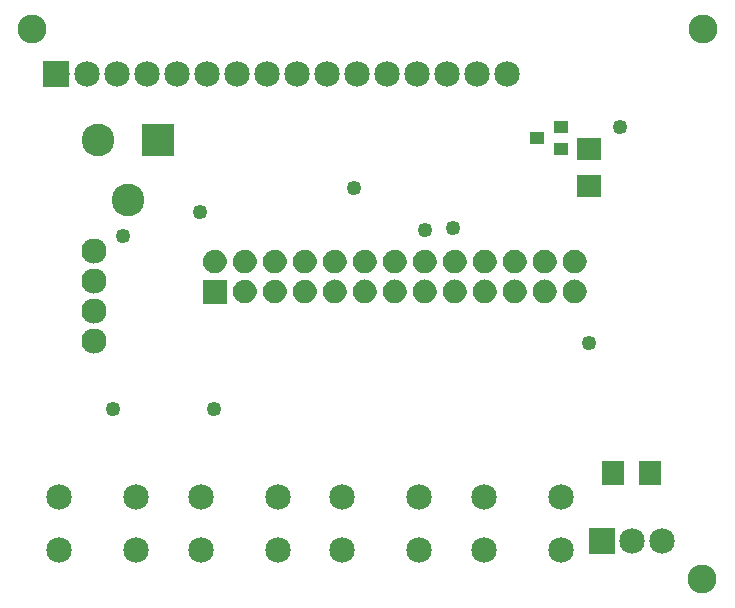
<source format=gts>
G04 MADE WITH FRITZING*
G04 WWW.FRITZING.ORG*
G04 DOUBLE SIDED*
G04 HOLES PLATED*
G04 CONTOUR ON CENTER OF CONTOUR VECTOR*
%ASAXBY*%
%FSLAX23Y23*%
%MOIN*%
%OFA0B0*%
%SFA1.0B1.0*%
%ADD10C,0.096614*%
%ADD11C,0.085000*%
%ADD12C,0.109000*%
%ADD13C,0.083889*%
%ADD14C,0.049370*%
%ADD15R,0.085000X0.085000*%
%ADD16R,0.109000X0.109000*%
%ADD17R,0.045433X0.041496*%
%ADD18R,0.072992X0.084803*%
%ADD19R,0.084803X0.072992*%
%ADD20R,0.080000X0.080000*%
%ADD21R,0.001000X0.001000*%
%LNMASK1*%
G90*
G70*
G54D10*
X2302Y1890D03*
G54D11*
X148Y1741D03*
X248Y1741D03*
X348Y1741D03*
X448Y1741D03*
X548Y1741D03*
X648Y1741D03*
X748Y1741D03*
X848Y1741D03*
X948Y1741D03*
X1048Y1741D03*
X1148Y1741D03*
X1248Y1741D03*
X1348Y1741D03*
X1448Y1741D03*
X1548Y1741D03*
X1648Y1741D03*
G54D12*
X287Y1520D03*
X487Y1520D03*
X387Y1320D03*
G54D11*
X156Y331D03*
X412Y331D03*
X156Y154D03*
X412Y154D03*
X629Y331D03*
X885Y331D03*
X629Y154D03*
X885Y154D03*
X2167Y182D03*
X2067Y182D03*
X1967Y182D03*
X1101Y331D03*
X1357Y331D03*
X1101Y154D03*
X1357Y154D03*
X1574Y331D03*
X1830Y331D03*
X1574Y154D03*
X1830Y154D03*
G54D13*
X273Y851D03*
X273Y951D03*
X273Y1051D03*
X273Y1151D03*
G54D14*
X337Y623D03*
X672Y623D03*
X1924Y843D03*
X625Y1280D03*
X1377Y1221D03*
G54D10*
X66Y1890D03*
X2298Y56D03*
G54D14*
X1471Y1225D03*
X2026Y1564D03*
X1138Y1358D03*
X371Y1201D03*
G54D15*
X147Y1741D03*
G54D16*
X487Y1520D03*
G54D17*
X1830Y1489D03*
X1830Y1564D03*
X1751Y1526D03*
G54D18*
X2125Y410D03*
X2003Y410D03*
G54D19*
X1924Y1489D03*
X1924Y1367D03*
G54D15*
X1967Y182D03*
G54D20*
X676Y1013D03*
G54D21*
X668Y1153D02*
X682Y1153D01*
X768Y1153D02*
X782Y1153D01*
X868Y1153D02*
X882Y1153D01*
X968Y1153D02*
X982Y1153D01*
X1067Y1153D02*
X1082Y1153D01*
X1167Y1153D02*
X1182Y1153D01*
X1267Y1153D02*
X1282Y1153D01*
X1367Y1153D02*
X1382Y1153D01*
X1467Y1153D02*
X1482Y1153D01*
X1567Y1153D02*
X1582Y1153D01*
X1667Y1153D02*
X1682Y1153D01*
X1767Y1153D02*
X1782Y1153D01*
X1867Y1153D02*
X1882Y1153D01*
X664Y1152D02*
X686Y1152D01*
X764Y1152D02*
X785Y1152D01*
X864Y1152D02*
X885Y1152D01*
X964Y1152D02*
X985Y1152D01*
X1064Y1152D02*
X1085Y1152D01*
X1164Y1152D02*
X1185Y1152D01*
X1264Y1152D02*
X1285Y1152D01*
X1364Y1152D02*
X1385Y1152D01*
X1464Y1152D02*
X1485Y1152D01*
X1564Y1152D02*
X1585Y1152D01*
X1664Y1152D02*
X1685Y1152D01*
X1764Y1152D02*
X1785Y1152D01*
X1864Y1152D02*
X1885Y1152D01*
X662Y1151D02*
X688Y1151D01*
X762Y1151D02*
X788Y1151D01*
X862Y1151D02*
X888Y1151D01*
X962Y1151D02*
X988Y1151D01*
X1062Y1151D02*
X1088Y1151D01*
X1162Y1151D02*
X1188Y1151D01*
X1262Y1151D02*
X1288Y1151D01*
X1362Y1151D02*
X1388Y1151D01*
X1462Y1151D02*
X1488Y1151D01*
X1561Y1151D02*
X1588Y1151D01*
X1661Y1151D02*
X1688Y1151D01*
X1761Y1151D02*
X1788Y1151D01*
X1861Y1151D02*
X1888Y1151D01*
X660Y1150D02*
X690Y1150D01*
X760Y1150D02*
X790Y1150D01*
X860Y1150D02*
X890Y1150D01*
X960Y1150D02*
X990Y1150D01*
X1059Y1150D02*
X1090Y1150D01*
X1159Y1150D02*
X1190Y1150D01*
X1259Y1150D02*
X1290Y1150D01*
X1359Y1150D02*
X1390Y1150D01*
X1459Y1150D02*
X1490Y1150D01*
X1559Y1150D02*
X1590Y1150D01*
X1659Y1150D02*
X1690Y1150D01*
X1759Y1150D02*
X1790Y1150D01*
X1859Y1150D02*
X1890Y1150D01*
X658Y1149D02*
X692Y1149D01*
X758Y1149D02*
X792Y1149D01*
X858Y1149D02*
X892Y1149D01*
X958Y1149D02*
X992Y1149D01*
X1058Y1149D02*
X1092Y1149D01*
X1158Y1149D02*
X1192Y1149D01*
X1258Y1149D02*
X1292Y1149D01*
X1358Y1149D02*
X1392Y1149D01*
X1457Y1149D02*
X1492Y1149D01*
X1557Y1149D02*
X1592Y1149D01*
X1657Y1149D02*
X1692Y1149D01*
X1757Y1149D02*
X1792Y1149D01*
X1857Y1149D02*
X1892Y1149D01*
X656Y1148D02*
X694Y1148D01*
X756Y1148D02*
X794Y1148D01*
X856Y1148D02*
X894Y1148D01*
X956Y1148D02*
X994Y1148D01*
X1056Y1148D02*
X1094Y1148D01*
X1156Y1148D02*
X1194Y1148D01*
X1256Y1148D02*
X1294Y1148D01*
X1356Y1148D02*
X1394Y1148D01*
X1456Y1148D02*
X1494Y1148D01*
X1556Y1148D02*
X1594Y1148D01*
X1656Y1148D02*
X1693Y1148D01*
X1756Y1148D02*
X1793Y1148D01*
X1856Y1148D02*
X1893Y1148D01*
X655Y1147D02*
X695Y1147D01*
X755Y1147D02*
X795Y1147D01*
X854Y1147D02*
X895Y1147D01*
X954Y1147D02*
X995Y1147D01*
X1054Y1147D02*
X1095Y1147D01*
X1154Y1147D02*
X1195Y1147D01*
X1254Y1147D02*
X1295Y1147D01*
X1354Y1147D02*
X1395Y1147D01*
X1454Y1147D02*
X1495Y1147D01*
X1554Y1147D02*
X1595Y1147D01*
X1654Y1147D02*
X1695Y1147D01*
X1754Y1147D02*
X1795Y1147D01*
X1854Y1147D02*
X1895Y1147D01*
X653Y1146D02*
X697Y1146D01*
X753Y1146D02*
X797Y1146D01*
X853Y1146D02*
X897Y1146D01*
X953Y1146D02*
X997Y1146D01*
X1053Y1146D02*
X1097Y1146D01*
X1153Y1146D02*
X1197Y1146D01*
X1253Y1146D02*
X1297Y1146D01*
X1353Y1146D02*
X1396Y1146D01*
X1453Y1146D02*
X1496Y1146D01*
X1553Y1146D02*
X1596Y1146D01*
X1653Y1146D02*
X1696Y1146D01*
X1753Y1146D02*
X1796Y1146D01*
X1853Y1146D02*
X1896Y1146D01*
X652Y1145D02*
X698Y1145D01*
X752Y1145D02*
X798Y1145D01*
X852Y1145D02*
X898Y1145D01*
X952Y1145D02*
X998Y1145D01*
X1052Y1145D02*
X1098Y1145D01*
X1152Y1145D02*
X1198Y1145D01*
X1252Y1145D02*
X1298Y1145D01*
X1352Y1145D02*
X1398Y1145D01*
X1452Y1145D02*
X1498Y1145D01*
X1552Y1145D02*
X1598Y1145D01*
X1652Y1145D02*
X1698Y1145D01*
X1752Y1145D02*
X1798Y1145D01*
X1851Y1145D02*
X1898Y1145D01*
X651Y1144D02*
X699Y1144D01*
X751Y1144D02*
X799Y1144D01*
X851Y1144D02*
X899Y1144D01*
X951Y1144D02*
X999Y1144D01*
X1051Y1144D02*
X1099Y1144D01*
X1150Y1144D02*
X1199Y1144D01*
X1250Y1144D02*
X1299Y1144D01*
X1350Y1144D02*
X1399Y1144D01*
X1450Y1144D02*
X1499Y1144D01*
X1550Y1144D02*
X1599Y1144D01*
X1650Y1144D02*
X1699Y1144D01*
X1750Y1144D02*
X1799Y1144D01*
X1850Y1144D02*
X1899Y1144D01*
X649Y1143D02*
X700Y1143D01*
X749Y1143D02*
X800Y1143D01*
X849Y1143D02*
X900Y1143D01*
X949Y1143D02*
X1000Y1143D01*
X1049Y1143D02*
X1100Y1143D01*
X1149Y1143D02*
X1200Y1143D01*
X1249Y1143D02*
X1300Y1143D01*
X1349Y1143D02*
X1400Y1143D01*
X1449Y1143D02*
X1500Y1143D01*
X1549Y1143D02*
X1600Y1143D01*
X1649Y1143D02*
X1700Y1143D01*
X1749Y1143D02*
X1800Y1143D01*
X1849Y1143D02*
X1900Y1143D01*
X648Y1142D02*
X701Y1142D01*
X748Y1142D02*
X801Y1142D01*
X848Y1142D02*
X901Y1142D01*
X948Y1142D02*
X1001Y1142D01*
X1048Y1142D02*
X1101Y1142D01*
X1148Y1142D02*
X1201Y1142D01*
X1248Y1142D02*
X1301Y1142D01*
X1348Y1142D02*
X1401Y1142D01*
X1448Y1142D02*
X1501Y1142D01*
X1548Y1142D02*
X1601Y1142D01*
X1648Y1142D02*
X1701Y1142D01*
X1748Y1142D02*
X1801Y1142D01*
X1848Y1142D02*
X1901Y1142D01*
X647Y1141D02*
X702Y1141D01*
X747Y1141D02*
X802Y1141D01*
X847Y1141D02*
X902Y1141D01*
X947Y1141D02*
X1002Y1141D01*
X1047Y1141D02*
X1102Y1141D01*
X1147Y1141D02*
X1202Y1141D01*
X1247Y1141D02*
X1302Y1141D01*
X1347Y1141D02*
X1402Y1141D01*
X1447Y1141D02*
X1502Y1141D01*
X1547Y1141D02*
X1602Y1141D01*
X1647Y1141D02*
X1702Y1141D01*
X1747Y1141D02*
X1802Y1141D01*
X1847Y1141D02*
X1902Y1141D01*
X646Y1140D02*
X703Y1140D01*
X746Y1140D02*
X803Y1140D01*
X846Y1140D02*
X903Y1140D01*
X946Y1140D02*
X1003Y1140D01*
X1046Y1140D02*
X1103Y1140D01*
X1146Y1140D02*
X1203Y1140D01*
X1246Y1140D02*
X1303Y1140D01*
X1346Y1140D02*
X1403Y1140D01*
X1446Y1140D02*
X1503Y1140D01*
X1546Y1140D02*
X1603Y1140D01*
X1646Y1140D02*
X1703Y1140D01*
X1746Y1140D02*
X1803Y1140D01*
X1846Y1140D02*
X1903Y1140D01*
X646Y1139D02*
X704Y1139D01*
X746Y1139D02*
X804Y1139D01*
X846Y1139D02*
X904Y1139D01*
X945Y1139D02*
X1004Y1139D01*
X1045Y1139D02*
X1104Y1139D01*
X1145Y1139D02*
X1204Y1139D01*
X1245Y1139D02*
X1304Y1139D01*
X1345Y1139D02*
X1404Y1139D01*
X1445Y1139D02*
X1504Y1139D01*
X1545Y1139D02*
X1604Y1139D01*
X1645Y1139D02*
X1704Y1139D01*
X1745Y1139D02*
X1804Y1139D01*
X1845Y1139D02*
X1904Y1139D01*
X645Y1138D02*
X705Y1138D01*
X745Y1138D02*
X805Y1138D01*
X845Y1138D02*
X905Y1138D01*
X945Y1138D02*
X1005Y1138D01*
X1045Y1138D02*
X1105Y1138D01*
X1145Y1138D02*
X1205Y1138D01*
X1245Y1138D02*
X1305Y1138D01*
X1345Y1138D02*
X1405Y1138D01*
X1445Y1138D02*
X1505Y1138D01*
X1544Y1138D02*
X1605Y1138D01*
X1644Y1138D02*
X1705Y1138D01*
X1744Y1138D02*
X1805Y1138D01*
X1844Y1138D02*
X1905Y1138D01*
X644Y1137D02*
X706Y1137D01*
X744Y1137D02*
X806Y1137D01*
X844Y1137D02*
X906Y1137D01*
X944Y1137D02*
X1006Y1137D01*
X1044Y1137D02*
X1106Y1137D01*
X1144Y1137D02*
X1206Y1137D01*
X1244Y1137D02*
X1306Y1137D01*
X1344Y1137D02*
X1406Y1137D01*
X1444Y1137D02*
X1506Y1137D01*
X1544Y1137D02*
X1606Y1137D01*
X1644Y1137D02*
X1706Y1137D01*
X1744Y1137D02*
X1806Y1137D01*
X1844Y1137D02*
X1906Y1137D01*
X643Y1136D02*
X707Y1136D01*
X743Y1136D02*
X807Y1136D01*
X843Y1136D02*
X907Y1136D01*
X943Y1136D02*
X1007Y1136D01*
X1043Y1136D02*
X1106Y1136D01*
X1143Y1136D02*
X1206Y1136D01*
X1243Y1136D02*
X1306Y1136D01*
X1343Y1136D02*
X1406Y1136D01*
X1443Y1136D02*
X1506Y1136D01*
X1543Y1136D02*
X1606Y1136D01*
X1643Y1136D02*
X1706Y1136D01*
X1743Y1136D02*
X1806Y1136D01*
X1843Y1136D02*
X1906Y1136D01*
X642Y1135D02*
X707Y1135D01*
X742Y1135D02*
X807Y1135D01*
X842Y1135D02*
X907Y1135D01*
X942Y1135D02*
X1007Y1135D01*
X1042Y1135D02*
X1107Y1135D01*
X1142Y1135D02*
X1207Y1135D01*
X1242Y1135D02*
X1307Y1135D01*
X1342Y1135D02*
X1407Y1135D01*
X1442Y1135D02*
X1507Y1135D01*
X1542Y1135D02*
X1607Y1135D01*
X1642Y1135D02*
X1707Y1135D01*
X1742Y1135D02*
X1807Y1135D01*
X1842Y1135D02*
X1907Y1135D01*
X642Y1134D02*
X708Y1134D01*
X742Y1134D02*
X808Y1134D01*
X842Y1134D02*
X908Y1134D01*
X942Y1134D02*
X1008Y1134D01*
X1042Y1134D02*
X1108Y1134D01*
X1142Y1134D02*
X1208Y1134D01*
X1242Y1134D02*
X1308Y1134D01*
X1342Y1134D02*
X1408Y1134D01*
X1442Y1134D02*
X1508Y1134D01*
X1542Y1134D02*
X1608Y1134D01*
X1642Y1134D02*
X1708Y1134D01*
X1741Y1134D02*
X1808Y1134D01*
X1841Y1134D02*
X1908Y1134D01*
X641Y1133D02*
X709Y1133D01*
X741Y1133D02*
X809Y1133D01*
X841Y1133D02*
X909Y1133D01*
X941Y1133D02*
X1009Y1133D01*
X1041Y1133D02*
X1109Y1133D01*
X1141Y1133D02*
X1208Y1133D01*
X1241Y1133D02*
X1308Y1133D01*
X1341Y1133D02*
X1408Y1133D01*
X1441Y1133D02*
X1508Y1133D01*
X1541Y1133D02*
X1608Y1133D01*
X1641Y1133D02*
X1708Y1133D01*
X1741Y1133D02*
X1808Y1133D01*
X1841Y1133D02*
X1908Y1133D01*
X641Y1132D02*
X709Y1132D01*
X741Y1132D02*
X809Y1132D01*
X841Y1132D02*
X909Y1132D01*
X940Y1132D02*
X1009Y1132D01*
X1040Y1132D02*
X1109Y1132D01*
X1140Y1132D02*
X1209Y1132D01*
X1240Y1132D02*
X1309Y1132D01*
X1340Y1132D02*
X1409Y1132D01*
X1440Y1132D02*
X1509Y1132D01*
X1540Y1132D02*
X1609Y1132D01*
X1640Y1132D02*
X1709Y1132D01*
X1740Y1132D02*
X1809Y1132D01*
X1840Y1132D02*
X1909Y1132D01*
X640Y1131D02*
X710Y1131D01*
X740Y1131D02*
X810Y1131D01*
X840Y1131D02*
X910Y1131D01*
X940Y1131D02*
X1010Y1131D01*
X1040Y1131D02*
X1110Y1131D01*
X1140Y1131D02*
X1210Y1131D01*
X1240Y1131D02*
X1310Y1131D01*
X1340Y1131D02*
X1410Y1131D01*
X1440Y1131D02*
X1510Y1131D01*
X1540Y1131D02*
X1610Y1131D01*
X1640Y1131D02*
X1710Y1131D01*
X1740Y1131D02*
X1809Y1131D01*
X1840Y1131D02*
X1909Y1131D01*
X639Y1130D02*
X710Y1130D01*
X739Y1130D02*
X810Y1130D01*
X839Y1130D02*
X910Y1130D01*
X939Y1130D02*
X1010Y1130D01*
X1039Y1130D02*
X1110Y1130D01*
X1139Y1130D02*
X1210Y1130D01*
X1239Y1130D02*
X1310Y1130D01*
X1339Y1130D02*
X1410Y1130D01*
X1439Y1130D02*
X1510Y1130D01*
X1539Y1130D02*
X1610Y1130D01*
X1639Y1130D02*
X1710Y1130D01*
X1739Y1130D02*
X1810Y1130D01*
X1839Y1130D02*
X1910Y1130D01*
X639Y1129D02*
X711Y1129D01*
X739Y1129D02*
X811Y1129D01*
X839Y1129D02*
X911Y1129D01*
X939Y1129D02*
X1011Y1129D01*
X1039Y1129D02*
X1111Y1129D01*
X1139Y1129D02*
X1211Y1129D01*
X1239Y1129D02*
X1311Y1129D01*
X1339Y1129D02*
X1411Y1129D01*
X1439Y1129D02*
X1511Y1129D01*
X1539Y1129D02*
X1611Y1129D01*
X1639Y1129D02*
X1711Y1129D01*
X1739Y1129D02*
X1811Y1129D01*
X1839Y1129D02*
X1910Y1129D01*
X639Y1128D02*
X711Y1128D01*
X739Y1128D02*
X811Y1128D01*
X838Y1128D02*
X911Y1128D01*
X938Y1128D02*
X1011Y1128D01*
X1038Y1128D02*
X1111Y1128D01*
X1138Y1128D02*
X1211Y1128D01*
X1238Y1128D02*
X1311Y1128D01*
X1338Y1128D02*
X1411Y1128D01*
X1438Y1128D02*
X1511Y1128D01*
X1538Y1128D02*
X1611Y1128D01*
X1638Y1128D02*
X1711Y1128D01*
X1738Y1128D02*
X1811Y1128D01*
X1838Y1128D02*
X1911Y1128D01*
X638Y1127D02*
X712Y1127D01*
X738Y1127D02*
X812Y1127D01*
X838Y1127D02*
X912Y1127D01*
X938Y1127D02*
X1012Y1127D01*
X1038Y1127D02*
X1112Y1127D01*
X1138Y1127D02*
X1212Y1127D01*
X1238Y1127D02*
X1312Y1127D01*
X1338Y1127D02*
X1412Y1127D01*
X1438Y1127D02*
X1511Y1127D01*
X1538Y1127D02*
X1611Y1127D01*
X1638Y1127D02*
X1711Y1127D01*
X1738Y1127D02*
X1811Y1127D01*
X1838Y1127D02*
X1911Y1127D01*
X638Y1126D02*
X712Y1126D01*
X738Y1126D02*
X812Y1126D01*
X838Y1126D02*
X912Y1126D01*
X938Y1126D02*
X1012Y1126D01*
X1038Y1126D02*
X1112Y1126D01*
X1138Y1126D02*
X1212Y1126D01*
X1238Y1126D02*
X1312Y1126D01*
X1338Y1126D02*
X1412Y1126D01*
X1437Y1126D02*
X1512Y1126D01*
X1537Y1126D02*
X1612Y1126D01*
X1637Y1126D02*
X1712Y1126D01*
X1737Y1126D02*
X1812Y1126D01*
X1837Y1126D02*
X1912Y1126D01*
X637Y1125D02*
X712Y1125D01*
X737Y1125D02*
X812Y1125D01*
X837Y1125D02*
X912Y1125D01*
X937Y1125D02*
X1012Y1125D01*
X1037Y1125D02*
X1112Y1125D01*
X1137Y1125D02*
X1212Y1125D01*
X1237Y1125D02*
X1312Y1125D01*
X1337Y1125D02*
X1412Y1125D01*
X1437Y1125D02*
X1512Y1125D01*
X1537Y1125D02*
X1612Y1125D01*
X1637Y1125D02*
X1712Y1125D01*
X1737Y1125D02*
X1812Y1125D01*
X1837Y1125D02*
X1912Y1125D01*
X637Y1124D02*
X713Y1124D01*
X737Y1124D02*
X813Y1124D01*
X837Y1124D02*
X913Y1124D01*
X937Y1124D02*
X1013Y1124D01*
X1037Y1124D02*
X1113Y1124D01*
X1137Y1124D02*
X1213Y1124D01*
X1237Y1124D02*
X1313Y1124D01*
X1337Y1124D02*
X1413Y1124D01*
X1437Y1124D02*
X1513Y1124D01*
X1537Y1124D02*
X1613Y1124D01*
X1637Y1124D02*
X1713Y1124D01*
X1737Y1124D02*
X1812Y1124D01*
X1837Y1124D02*
X1912Y1124D01*
X637Y1123D02*
X713Y1123D01*
X737Y1123D02*
X813Y1123D01*
X837Y1123D02*
X913Y1123D01*
X937Y1123D02*
X1013Y1123D01*
X1037Y1123D02*
X1113Y1123D01*
X1137Y1123D02*
X1213Y1123D01*
X1237Y1123D02*
X1313Y1123D01*
X1337Y1123D02*
X1413Y1123D01*
X1436Y1123D02*
X1513Y1123D01*
X1536Y1123D02*
X1613Y1123D01*
X1636Y1123D02*
X1713Y1123D01*
X1736Y1123D02*
X1813Y1123D01*
X1836Y1123D02*
X1913Y1123D01*
X636Y1122D02*
X713Y1122D01*
X736Y1122D02*
X813Y1122D01*
X836Y1122D02*
X913Y1122D01*
X936Y1122D02*
X1013Y1122D01*
X1036Y1122D02*
X1113Y1122D01*
X1136Y1122D02*
X1213Y1122D01*
X1236Y1122D02*
X1313Y1122D01*
X1336Y1122D02*
X1413Y1122D01*
X1436Y1122D02*
X1513Y1122D01*
X1536Y1122D02*
X1613Y1122D01*
X1636Y1122D02*
X1713Y1122D01*
X1736Y1122D02*
X1813Y1122D01*
X1836Y1122D02*
X1913Y1122D01*
X636Y1121D02*
X714Y1121D01*
X736Y1121D02*
X814Y1121D01*
X836Y1121D02*
X914Y1121D01*
X936Y1121D02*
X1014Y1121D01*
X1036Y1121D02*
X1113Y1121D01*
X1136Y1121D02*
X1213Y1121D01*
X1236Y1121D02*
X1313Y1121D01*
X1336Y1121D02*
X1413Y1121D01*
X1436Y1121D02*
X1513Y1121D01*
X1536Y1121D02*
X1613Y1121D01*
X1636Y1121D02*
X1713Y1121D01*
X1736Y1121D02*
X1813Y1121D01*
X1836Y1121D02*
X1913Y1121D01*
X636Y1120D02*
X714Y1120D01*
X736Y1120D02*
X814Y1120D01*
X836Y1120D02*
X914Y1120D01*
X936Y1120D02*
X1014Y1120D01*
X1036Y1120D02*
X1114Y1120D01*
X1136Y1120D02*
X1214Y1120D01*
X1236Y1120D02*
X1314Y1120D01*
X1336Y1120D02*
X1414Y1120D01*
X1436Y1120D02*
X1514Y1120D01*
X1536Y1120D02*
X1614Y1120D01*
X1636Y1120D02*
X1714Y1120D01*
X1736Y1120D02*
X1814Y1120D01*
X1836Y1120D02*
X1913Y1120D01*
X636Y1119D02*
X714Y1119D01*
X736Y1119D02*
X814Y1119D01*
X836Y1119D02*
X914Y1119D01*
X936Y1119D02*
X1014Y1119D01*
X1036Y1119D02*
X1114Y1119D01*
X1136Y1119D02*
X1214Y1119D01*
X1236Y1119D02*
X1314Y1119D01*
X1336Y1119D02*
X1414Y1119D01*
X1436Y1119D02*
X1514Y1119D01*
X1536Y1119D02*
X1614Y1119D01*
X1636Y1119D02*
X1714Y1119D01*
X1736Y1119D02*
X1814Y1119D01*
X1835Y1119D02*
X1914Y1119D01*
X636Y1118D02*
X714Y1118D01*
X736Y1118D02*
X814Y1118D01*
X836Y1118D02*
X914Y1118D01*
X936Y1118D02*
X1014Y1118D01*
X1036Y1118D02*
X1114Y1118D01*
X1136Y1118D02*
X1214Y1118D01*
X1236Y1118D02*
X1314Y1118D01*
X1335Y1118D02*
X1414Y1118D01*
X1435Y1118D02*
X1514Y1118D01*
X1535Y1118D02*
X1614Y1118D01*
X1635Y1118D02*
X1714Y1118D01*
X1735Y1118D02*
X1814Y1118D01*
X1835Y1118D02*
X1914Y1118D01*
X636Y1117D02*
X714Y1117D01*
X736Y1117D02*
X814Y1117D01*
X836Y1117D02*
X914Y1117D01*
X935Y1117D02*
X1014Y1117D01*
X1035Y1117D02*
X1114Y1117D01*
X1135Y1117D02*
X1214Y1117D01*
X1235Y1117D02*
X1314Y1117D01*
X1335Y1117D02*
X1414Y1117D01*
X1435Y1117D02*
X1514Y1117D01*
X1535Y1117D02*
X1614Y1117D01*
X1635Y1117D02*
X1714Y1117D01*
X1735Y1117D02*
X1814Y1117D01*
X1835Y1117D02*
X1914Y1117D01*
X635Y1116D02*
X714Y1116D01*
X735Y1116D02*
X814Y1116D01*
X835Y1116D02*
X914Y1116D01*
X935Y1116D02*
X1014Y1116D01*
X1035Y1116D02*
X1114Y1116D01*
X1135Y1116D02*
X1214Y1116D01*
X1235Y1116D02*
X1314Y1116D01*
X1335Y1116D02*
X1414Y1116D01*
X1435Y1116D02*
X1514Y1116D01*
X1535Y1116D02*
X1614Y1116D01*
X1635Y1116D02*
X1714Y1116D01*
X1735Y1116D02*
X1814Y1116D01*
X1835Y1116D02*
X1914Y1116D01*
X635Y1115D02*
X714Y1115D01*
X735Y1115D02*
X814Y1115D01*
X835Y1115D02*
X914Y1115D01*
X935Y1115D02*
X1014Y1115D01*
X1035Y1115D02*
X1114Y1115D01*
X1135Y1115D02*
X1214Y1115D01*
X1235Y1115D02*
X1314Y1115D01*
X1335Y1115D02*
X1414Y1115D01*
X1435Y1115D02*
X1514Y1115D01*
X1535Y1115D02*
X1614Y1115D01*
X1635Y1115D02*
X1714Y1115D01*
X1735Y1115D02*
X1814Y1115D01*
X1835Y1115D02*
X1914Y1115D01*
X635Y1114D02*
X714Y1114D01*
X735Y1114D02*
X814Y1114D01*
X835Y1114D02*
X914Y1114D01*
X935Y1114D02*
X1014Y1114D01*
X1035Y1114D02*
X1114Y1114D01*
X1135Y1114D02*
X1214Y1114D01*
X1235Y1114D02*
X1314Y1114D01*
X1335Y1114D02*
X1414Y1114D01*
X1435Y1114D02*
X1514Y1114D01*
X1535Y1114D02*
X1614Y1114D01*
X1635Y1114D02*
X1714Y1114D01*
X1735Y1114D02*
X1814Y1114D01*
X1835Y1114D02*
X1914Y1114D01*
X635Y1113D02*
X714Y1113D01*
X735Y1113D02*
X814Y1113D01*
X835Y1113D02*
X914Y1113D01*
X935Y1113D02*
X1014Y1113D01*
X1035Y1113D02*
X1114Y1113D01*
X1135Y1113D02*
X1214Y1113D01*
X1235Y1113D02*
X1314Y1113D01*
X1335Y1113D02*
X1414Y1113D01*
X1435Y1113D02*
X1514Y1113D01*
X1535Y1113D02*
X1614Y1113D01*
X1635Y1113D02*
X1714Y1113D01*
X1735Y1113D02*
X1814Y1113D01*
X1835Y1113D02*
X1914Y1113D01*
X635Y1112D02*
X714Y1112D01*
X735Y1112D02*
X814Y1112D01*
X835Y1112D02*
X914Y1112D01*
X935Y1112D02*
X1014Y1112D01*
X1035Y1112D02*
X1114Y1112D01*
X1135Y1112D02*
X1214Y1112D01*
X1235Y1112D02*
X1314Y1112D01*
X1335Y1112D02*
X1414Y1112D01*
X1435Y1112D02*
X1514Y1112D01*
X1535Y1112D02*
X1614Y1112D01*
X1635Y1112D02*
X1714Y1112D01*
X1735Y1112D02*
X1814Y1112D01*
X1835Y1112D02*
X1914Y1112D01*
X636Y1111D02*
X714Y1111D01*
X736Y1111D02*
X814Y1111D01*
X836Y1111D02*
X914Y1111D01*
X935Y1111D02*
X1014Y1111D01*
X1035Y1111D02*
X1114Y1111D01*
X1135Y1111D02*
X1214Y1111D01*
X1235Y1111D02*
X1314Y1111D01*
X1335Y1111D02*
X1414Y1111D01*
X1435Y1111D02*
X1514Y1111D01*
X1535Y1111D02*
X1614Y1111D01*
X1635Y1111D02*
X1714Y1111D01*
X1735Y1111D02*
X1814Y1111D01*
X1835Y1111D02*
X1914Y1111D01*
X636Y1110D02*
X714Y1110D01*
X736Y1110D02*
X814Y1110D01*
X836Y1110D02*
X914Y1110D01*
X936Y1110D02*
X1014Y1110D01*
X1036Y1110D02*
X1114Y1110D01*
X1136Y1110D02*
X1214Y1110D01*
X1236Y1110D02*
X1314Y1110D01*
X1335Y1110D02*
X1414Y1110D01*
X1435Y1110D02*
X1514Y1110D01*
X1535Y1110D02*
X1614Y1110D01*
X1635Y1110D02*
X1714Y1110D01*
X1735Y1110D02*
X1814Y1110D01*
X1835Y1110D02*
X1914Y1110D01*
X636Y1109D02*
X714Y1109D01*
X736Y1109D02*
X814Y1109D01*
X836Y1109D02*
X914Y1109D01*
X936Y1109D02*
X1014Y1109D01*
X1036Y1109D02*
X1114Y1109D01*
X1136Y1109D02*
X1214Y1109D01*
X1236Y1109D02*
X1314Y1109D01*
X1336Y1109D02*
X1414Y1109D01*
X1436Y1109D02*
X1514Y1109D01*
X1536Y1109D02*
X1614Y1109D01*
X1636Y1109D02*
X1714Y1109D01*
X1736Y1109D02*
X1814Y1109D01*
X1835Y1109D02*
X1914Y1109D01*
X636Y1108D02*
X714Y1108D01*
X736Y1108D02*
X814Y1108D01*
X836Y1108D02*
X914Y1108D01*
X936Y1108D02*
X1014Y1108D01*
X1036Y1108D02*
X1114Y1108D01*
X1136Y1108D02*
X1214Y1108D01*
X1236Y1108D02*
X1314Y1108D01*
X1336Y1108D02*
X1414Y1108D01*
X1436Y1108D02*
X1514Y1108D01*
X1536Y1108D02*
X1614Y1108D01*
X1636Y1108D02*
X1714Y1108D01*
X1736Y1108D02*
X1814Y1108D01*
X1836Y1108D02*
X1913Y1108D01*
X636Y1107D02*
X714Y1107D01*
X736Y1107D02*
X814Y1107D01*
X836Y1107D02*
X914Y1107D01*
X936Y1107D02*
X1014Y1107D01*
X1036Y1107D02*
X1113Y1107D01*
X1136Y1107D02*
X1213Y1107D01*
X1236Y1107D02*
X1313Y1107D01*
X1336Y1107D02*
X1413Y1107D01*
X1436Y1107D02*
X1513Y1107D01*
X1536Y1107D02*
X1613Y1107D01*
X1636Y1107D02*
X1713Y1107D01*
X1736Y1107D02*
X1813Y1107D01*
X1836Y1107D02*
X1913Y1107D01*
X636Y1106D02*
X713Y1106D01*
X736Y1106D02*
X813Y1106D01*
X836Y1106D02*
X913Y1106D01*
X936Y1106D02*
X1013Y1106D01*
X1036Y1106D02*
X1113Y1106D01*
X1136Y1106D02*
X1213Y1106D01*
X1236Y1106D02*
X1313Y1106D01*
X1336Y1106D02*
X1413Y1106D01*
X1436Y1106D02*
X1513Y1106D01*
X1536Y1106D02*
X1613Y1106D01*
X1636Y1106D02*
X1713Y1106D01*
X1736Y1106D02*
X1813Y1106D01*
X1836Y1106D02*
X1913Y1106D01*
X637Y1105D02*
X713Y1105D01*
X737Y1105D02*
X813Y1105D01*
X837Y1105D02*
X913Y1105D01*
X937Y1105D02*
X1013Y1105D01*
X1037Y1105D02*
X1113Y1105D01*
X1137Y1105D02*
X1213Y1105D01*
X1237Y1105D02*
X1313Y1105D01*
X1337Y1105D02*
X1413Y1105D01*
X1436Y1105D02*
X1513Y1105D01*
X1536Y1105D02*
X1613Y1105D01*
X1636Y1105D02*
X1713Y1105D01*
X1736Y1105D02*
X1813Y1105D01*
X1836Y1105D02*
X1913Y1105D01*
X637Y1104D02*
X713Y1104D01*
X737Y1104D02*
X813Y1104D01*
X837Y1104D02*
X913Y1104D01*
X937Y1104D02*
X1013Y1104D01*
X1037Y1104D02*
X1113Y1104D01*
X1137Y1104D02*
X1213Y1104D01*
X1237Y1104D02*
X1313Y1104D01*
X1337Y1104D02*
X1413Y1104D01*
X1437Y1104D02*
X1513Y1104D01*
X1537Y1104D02*
X1613Y1104D01*
X1637Y1104D02*
X1713Y1104D01*
X1737Y1104D02*
X1812Y1104D01*
X1837Y1104D02*
X1912Y1104D01*
X637Y1103D02*
X712Y1103D01*
X737Y1103D02*
X812Y1103D01*
X837Y1103D02*
X912Y1103D01*
X937Y1103D02*
X1012Y1103D01*
X1037Y1103D02*
X1112Y1103D01*
X1137Y1103D02*
X1212Y1103D01*
X1237Y1103D02*
X1312Y1103D01*
X1337Y1103D02*
X1412Y1103D01*
X1437Y1103D02*
X1512Y1103D01*
X1537Y1103D02*
X1612Y1103D01*
X1637Y1103D02*
X1712Y1103D01*
X1737Y1103D02*
X1812Y1103D01*
X1837Y1103D02*
X1912Y1103D01*
X638Y1102D02*
X712Y1102D01*
X738Y1102D02*
X812Y1102D01*
X838Y1102D02*
X912Y1102D01*
X938Y1102D02*
X1012Y1102D01*
X1038Y1102D02*
X1112Y1102D01*
X1138Y1102D02*
X1212Y1102D01*
X1238Y1102D02*
X1312Y1102D01*
X1338Y1102D02*
X1412Y1102D01*
X1437Y1102D02*
X1512Y1102D01*
X1537Y1102D02*
X1612Y1102D01*
X1637Y1102D02*
X1712Y1102D01*
X1737Y1102D02*
X1812Y1102D01*
X1837Y1102D02*
X1912Y1102D01*
X638Y1101D02*
X712Y1101D01*
X738Y1101D02*
X812Y1101D01*
X838Y1101D02*
X912Y1101D01*
X938Y1101D02*
X1012Y1101D01*
X1038Y1101D02*
X1112Y1101D01*
X1138Y1101D02*
X1212Y1101D01*
X1238Y1101D02*
X1312Y1101D01*
X1338Y1101D02*
X1412Y1101D01*
X1438Y1101D02*
X1511Y1101D01*
X1538Y1101D02*
X1611Y1101D01*
X1638Y1101D02*
X1711Y1101D01*
X1738Y1101D02*
X1811Y1101D01*
X1838Y1101D02*
X1911Y1101D01*
X639Y1100D02*
X711Y1100D01*
X738Y1100D02*
X811Y1100D01*
X838Y1100D02*
X911Y1100D01*
X938Y1100D02*
X1011Y1100D01*
X1038Y1100D02*
X1111Y1100D01*
X1138Y1100D02*
X1211Y1100D01*
X1238Y1100D02*
X1311Y1100D01*
X1338Y1100D02*
X1411Y1100D01*
X1438Y1100D02*
X1511Y1100D01*
X1538Y1100D02*
X1611Y1100D01*
X1638Y1100D02*
X1711Y1100D01*
X1738Y1100D02*
X1811Y1100D01*
X1838Y1100D02*
X1911Y1100D01*
X639Y1099D02*
X711Y1099D01*
X739Y1099D02*
X811Y1099D01*
X839Y1099D02*
X911Y1099D01*
X939Y1099D02*
X1011Y1099D01*
X1039Y1099D02*
X1111Y1099D01*
X1139Y1099D02*
X1211Y1099D01*
X1239Y1099D02*
X1311Y1099D01*
X1339Y1099D02*
X1411Y1099D01*
X1439Y1099D02*
X1511Y1099D01*
X1539Y1099D02*
X1611Y1099D01*
X1639Y1099D02*
X1711Y1099D01*
X1739Y1099D02*
X1811Y1099D01*
X1839Y1099D02*
X1910Y1099D01*
X639Y1098D02*
X710Y1098D01*
X739Y1098D02*
X810Y1098D01*
X839Y1098D02*
X910Y1098D01*
X939Y1098D02*
X1010Y1098D01*
X1039Y1098D02*
X1110Y1098D01*
X1139Y1098D02*
X1210Y1098D01*
X1239Y1098D02*
X1310Y1098D01*
X1339Y1098D02*
X1410Y1098D01*
X1439Y1098D02*
X1510Y1098D01*
X1539Y1098D02*
X1610Y1098D01*
X1639Y1098D02*
X1710Y1098D01*
X1739Y1098D02*
X1810Y1098D01*
X1839Y1098D02*
X1910Y1098D01*
X640Y1097D02*
X710Y1097D01*
X740Y1097D02*
X810Y1097D01*
X840Y1097D02*
X910Y1097D01*
X940Y1097D02*
X1010Y1097D01*
X1040Y1097D02*
X1110Y1097D01*
X1140Y1097D02*
X1210Y1097D01*
X1240Y1097D02*
X1310Y1097D01*
X1340Y1097D02*
X1410Y1097D01*
X1440Y1097D02*
X1510Y1097D01*
X1540Y1097D02*
X1610Y1097D01*
X1640Y1097D02*
X1710Y1097D01*
X1740Y1097D02*
X1809Y1097D01*
X1840Y1097D02*
X1909Y1097D01*
X641Y1096D02*
X709Y1096D01*
X741Y1096D02*
X809Y1096D01*
X841Y1096D02*
X909Y1096D01*
X940Y1096D02*
X1009Y1096D01*
X1040Y1096D02*
X1109Y1096D01*
X1140Y1096D02*
X1209Y1096D01*
X1240Y1096D02*
X1309Y1096D01*
X1340Y1096D02*
X1409Y1096D01*
X1440Y1096D02*
X1509Y1096D01*
X1540Y1096D02*
X1609Y1096D01*
X1640Y1096D02*
X1709Y1096D01*
X1740Y1096D02*
X1809Y1096D01*
X1840Y1096D02*
X1909Y1096D01*
X641Y1095D02*
X709Y1095D01*
X741Y1095D02*
X809Y1095D01*
X841Y1095D02*
X909Y1095D01*
X941Y1095D02*
X1009Y1095D01*
X1041Y1095D02*
X1109Y1095D01*
X1141Y1095D02*
X1208Y1095D01*
X1241Y1095D02*
X1308Y1095D01*
X1341Y1095D02*
X1408Y1095D01*
X1441Y1095D02*
X1508Y1095D01*
X1541Y1095D02*
X1608Y1095D01*
X1641Y1095D02*
X1708Y1095D01*
X1741Y1095D02*
X1808Y1095D01*
X1841Y1095D02*
X1908Y1095D01*
X642Y1094D02*
X708Y1094D01*
X742Y1094D02*
X808Y1094D01*
X842Y1094D02*
X908Y1094D01*
X942Y1094D02*
X1008Y1094D01*
X1042Y1094D02*
X1108Y1094D01*
X1142Y1094D02*
X1208Y1094D01*
X1242Y1094D02*
X1308Y1094D01*
X1342Y1094D02*
X1408Y1094D01*
X1442Y1094D02*
X1508Y1094D01*
X1542Y1094D02*
X1608Y1094D01*
X1642Y1094D02*
X1708Y1094D01*
X1741Y1094D02*
X1808Y1094D01*
X1841Y1094D02*
X1908Y1094D01*
X642Y1093D02*
X707Y1093D01*
X742Y1093D02*
X807Y1093D01*
X842Y1093D02*
X907Y1093D01*
X942Y1093D02*
X1007Y1093D01*
X1042Y1093D02*
X1107Y1093D01*
X1142Y1093D02*
X1207Y1093D01*
X1242Y1093D02*
X1307Y1093D01*
X1342Y1093D02*
X1407Y1093D01*
X1442Y1093D02*
X1507Y1093D01*
X1542Y1093D02*
X1607Y1093D01*
X1642Y1093D02*
X1707Y1093D01*
X1742Y1093D02*
X1807Y1093D01*
X1842Y1093D02*
X1907Y1093D01*
X643Y1092D02*
X707Y1092D01*
X743Y1092D02*
X807Y1092D01*
X843Y1092D02*
X907Y1092D01*
X943Y1092D02*
X1007Y1092D01*
X1043Y1092D02*
X1107Y1092D01*
X1143Y1092D02*
X1206Y1092D01*
X1243Y1092D02*
X1306Y1092D01*
X1343Y1092D02*
X1406Y1092D01*
X1443Y1092D02*
X1506Y1092D01*
X1543Y1092D02*
X1606Y1092D01*
X1643Y1092D02*
X1706Y1092D01*
X1743Y1092D02*
X1806Y1092D01*
X1843Y1092D02*
X1906Y1092D01*
X644Y1091D02*
X706Y1091D01*
X744Y1091D02*
X806Y1091D01*
X844Y1091D02*
X906Y1091D01*
X944Y1091D02*
X1006Y1091D01*
X1044Y1091D02*
X1106Y1091D01*
X1144Y1091D02*
X1206Y1091D01*
X1244Y1091D02*
X1306Y1091D01*
X1344Y1091D02*
X1406Y1091D01*
X1444Y1091D02*
X1506Y1091D01*
X1544Y1091D02*
X1606Y1091D01*
X1644Y1091D02*
X1706Y1091D01*
X1744Y1091D02*
X1806Y1091D01*
X1844Y1091D02*
X1906Y1091D01*
X645Y1090D02*
X705Y1090D01*
X745Y1090D02*
X805Y1090D01*
X845Y1090D02*
X905Y1090D01*
X945Y1090D02*
X1005Y1090D01*
X1045Y1090D02*
X1105Y1090D01*
X1145Y1090D02*
X1205Y1090D01*
X1245Y1090D02*
X1305Y1090D01*
X1345Y1090D02*
X1405Y1090D01*
X1444Y1090D02*
X1505Y1090D01*
X1544Y1090D02*
X1605Y1090D01*
X1644Y1090D02*
X1705Y1090D01*
X1744Y1090D02*
X1805Y1090D01*
X1844Y1090D02*
X1905Y1090D01*
X646Y1089D02*
X704Y1089D01*
X746Y1089D02*
X804Y1089D01*
X846Y1089D02*
X904Y1089D01*
X945Y1089D02*
X1004Y1089D01*
X1045Y1089D02*
X1104Y1089D01*
X1145Y1089D02*
X1204Y1089D01*
X1245Y1089D02*
X1304Y1089D01*
X1345Y1089D02*
X1404Y1089D01*
X1445Y1089D02*
X1504Y1089D01*
X1545Y1089D02*
X1604Y1089D01*
X1645Y1089D02*
X1704Y1089D01*
X1745Y1089D02*
X1804Y1089D01*
X1845Y1089D02*
X1904Y1089D01*
X646Y1088D02*
X703Y1088D01*
X746Y1088D02*
X803Y1088D01*
X846Y1088D02*
X903Y1088D01*
X946Y1088D02*
X1003Y1088D01*
X1046Y1088D02*
X1103Y1088D01*
X1146Y1088D02*
X1203Y1088D01*
X1246Y1088D02*
X1303Y1088D01*
X1346Y1088D02*
X1403Y1088D01*
X1446Y1088D02*
X1503Y1088D01*
X1546Y1088D02*
X1603Y1088D01*
X1646Y1088D02*
X1703Y1088D01*
X1746Y1088D02*
X1803Y1088D01*
X1846Y1088D02*
X1903Y1088D01*
X647Y1087D02*
X702Y1087D01*
X747Y1087D02*
X802Y1087D01*
X847Y1087D02*
X902Y1087D01*
X947Y1087D02*
X1002Y1087D01*
X1047Y1087D02*
X1102Y1087D01*
X1147Y1087D02*
X1202Y1087D01*
X1247Y1087D02*
X1302Y1087D01*
X1347Y1087D02*
X1402Y1087D01*
X1447Y1087D02*
X1502Y1087D01*
X1547Y1087D02*
X1602Y1087D01*
X1647Y1087D02*
X1702Y1087D01*
X1747Y1087D02*
X1802Y1087D01*
X1847Y1087D02*
X1902Y1087D01*
X648Y1086D02*
X701Y1086D01*
X748Y1086D02*
X801Y1086D01*
X848Y1086D02*
X901Y1086D01*
X948Y1086D02*
X1001Y1086D01*
X1048Y1086D02*
X1101Y1086D01*
X1148Y1086D02*
X1201Y1086D01*
X1248Y1086D02*
X1301Y1086D01*
X1348Y1086D02*
X1401Y1086D01*
X1448Y1086D02*
X1501Y1086D01*
X1548Y1086D02*
X1601Y1086D01*
X1648Y1086D02*
X1701Y1086D01*
X1748Y1086D02*
X1801Y1086D01*
X1848Y1086D02*
X1901Y1086D01*
X649Y1085D02*
X700Y1085D01*
X749Y1085D02*
X800Y1085D01*
X849Y1085D02*
X900Y1085D01*
X949Y1085D02*
X1000Y1085D01*
X1049Y1085D02*
X1100Y1085D01*
X1149Y1085D02*
X1200Y1085D01*
X1249Y1085D02*
X1300Y1085D01*
X1349Y1085D02*
X1400Y1085D01*
X1449Y1085D02*
X1500Y1085D01*
X1549Y1085D02*
X1600Y1085D01*
X1649Y1085D02*
X1700Y1085D01*
X1749Y1085D02*
X1800Y1085D01*
X1849Y1085D02*
X1900Y1085D01*
X651Y1084D02*
X699Y1084D01*
X751Y1084D02*
X799Y1084D01*
X851Y1084D02*
X899Y1084D01*
X951Y1084D02*
X999Y1084D01*
X1050Y1084D02*
X1099Y1084D01*
X1150Y1084D02*
X1199Y1084D01*
X1250Y1084D02*
X1299Y1084D01*
X1350Y1084D02*
X1399Y1084D01*
X1450Y1084D02*
X1499Y1084D01*
X1550Y1084D02*
X1599Y1084D01*
X1650Y1084D02*
X1699Y1084D01*
X1750Y1084D02*
X1799Y1084D01*
X1850Y1084D02*
X1899Y1084D01*
X652Y1083D02*
X698Y1083D01*
X752Y1083D02*
X798Y1083D01*
X852Y1083D02*
X898Y1083D01*
X952Y1083D02*
X998Y1083D01*
X1052Y1083D02*
X1098Y1083D01*
X1152Y1083D02*
X1198Y1083D01*
X1252Y1083D02*
X1298Y1083D01*
X1352Y1083D02*
X1398Y1083D01*
X1452Y1083D02*
X1498Y1083D01*
X1552Y1083D02*
X1598Y1083D01*
X1652Y1083D02*
X1698Y1083D01*
X1752Y1083D02*
X1798Y1083D01*
X1851Y1083D02*
X1898Y1083D01*
X653Y1082D02*
X697Y1082D01*
X753Y1082D02*
X797Y1082D01*
X853Y1082D02*
X897Y1082D01*
X953Y1082D02*
X997Y1082D01*
X1053Y1082D02*
X1097Y1082D01*
X1153Y1082D02*
X1197Y1082D01*
X1253Y1082D02*
X1297Y1082D01*
X1353Y1082D02*
X1396Y1082D01*
X1453Y1082D02*
X1496Y1082D01*
X1553Y1082D02*
X1596Y1082D01*
X1653Y1082D02*
X1696Y1082D01*
X1753Y1082D02*
X1796Y1082D01*
X1853Y1082D02*
X1896Y1082D01*
X655Y1081D02*
X695Y1081D01*
X754Y1081D02*
X795Y1081D01*
X854Y1081D02*
X895Y1081D01*
X954Y1081D02*
X995Y1081D01*
X1054Y1081D02*
X1095Y1081D01*
X1154Y1081D02*
X1195Y1081D01*
X1254Y1081D02*
X1295Y1081D01*
X1354Y1081D02*
X1395Y1081D01*
X1454Y1081D02*
X1495Y1081D01*
X1554Y1081D02*
X1595Y1081D01*
X1654Y1081D02*
X1695Y1081D01*
X1754Y1081D02*
X1795Y1081D01*
X1854Y1081D02*
X1895Y1081D01*
X656Y1080D02*
X694Y1080D01*
X756Y1080D02*
X794Y1080D01*
X856Y1080D02*
X894Y1080D01*
X956Y1080D02*
X994Y1080D01*
X1056Y1080D02*
X1094Y1080D01*
X1156Y1080D02*
X1194Y1080D01*
X1256Y1080D02*
X1294Y1080D01*
X1356Y1080D02*
X1394Y1080D01*
X1456Y1080D02*
X1494Y1080D01*
X1556Y1080D02*
X1594Y1080D01*
X1656Y1080D02*
X1693Y1080D01*
X1756Y1080D02*
X1793Y1080D01*
X1856Y1080D02*
X1893Y1080D01*
X658Y1079D02*
X692Y1079D01*
X758Y1079D02*
X792Y1079D01*
X858Y1079D02*
X892Y1079D01*
X958Y1079D02*
X992Y1079D01*
X1058Y1079D02*
X1092Y1079D01*
X1158Y1079D02*
X1192Y1079D01*
X1258Y1079D02*
X1292Y1079D01*
X1357Y1079D02*
X1392Y1079D01*
X1457Y1079D02*
X1492Y1079D01*
X1557Y1079D02*
X1592Y1079D01*
X1657Y1079D02*
X1692Y1079D01*
X1757Y1079D02*
X1792Y1079D01*
X1857Y1079D02*
X1892Y1079D01*
X660Y1078D02*
X690Y1078D01*
X760Y1078D02*
X790Y1078D01*
X860Y1078D02*
X890Y1078D01*
X959Y1078D02*
X990Y1078D01*
X1059Y1078D02*
X1090Y1078D01*
X1159Y1078D02*
X1190Y1078D01*
X1259Y1078D02*
X1290Y1078D01*
X1359Y1078D02*
X1390Y1078D01*
X1459Y1078D02*
X1490Y1078D01*
X1559Y1078D02*
X1590Y1078D01*
X1659Y1078D02*
X1690Y1078D01*
X1759Y1078D02*
X1790Y1078D01*
X1859Y1078D02*
X1890Y1078D01*
X662Y1077D02*
X688Y1077D01*
X762Y1077D02*
X788Y1077D01*
X862Y1077D02*
X888Y1077D01*
X962Y1077D02*
X988Y1077D01*
X1062Y1077D02*
X1088Y1077D01*
X1162Y1077D02*
X1188Y1077D01*
X1262Y1077D02*
X1288Y1077D01*
X1361Y1077D02*
X1388Y1077D01*
X1461Y1077D02*
X1488Y1077D01*
X1561Y1077D02*
X1588Y1077D01*
X1661Y1077D02*
X1688Y1077D01*
X1761Y1077D02*
X1788Y1077D01*
X1861Y1077D02*
X1888Y1077D01*
X664Y1076D02*
X686Y1076D01*
X764Y1076D02*
X786Y1076D01*
X864Y1076D02*
X886Y1076D01*
X964Y1076D02*
X985Y1076D01*
X1064Y1076D02*
X1085Y1076D01*
X1164Y1076D02*
X1185Y1076D01*
X1264Y1076D02*
X1285Y1076D01*
X1364Y1076D02*
X1385Y1076D01*
X1464Y1076D02*
X1485Y1076D01*
X1564Y1076D02*
X1585Y1076D01*
X1664Y1076D02*
X1685Y1076D01*
X1764Y1076D02*
X1785Y1076D01*
X1864Y1076D02*
X1885Y1076D01*
X668Y1075D02*
X682Y1075D01*
X768Y1075D02*
X782Y1075D01*
X867Y1075D02*
X882Y1075D01*
X967Y1075D02*
X982Y1075D01*
X1067Y1075D02*
X1082Y1075D01*
X1167Y1075D02*
X1182Y1075D01*
X1267Y1075D02*
X1282Y1075D01*
X1367Y1075D02*
X1382Y1075D01*
X1467Y1075D02*
X1482Y1075D01*
X1567Y1075D02*
X1582Y1075D01*
X1667Y1075D02*
X1682Y1075D01*
X1767Y1075D02*
X1782Y1075D01*
X1867Y1075D02*
X1882Y1075D01*
X675Y1054D02*
X675Y1054D01*
X775Y1054D02*
X775Y1054D01*
X875Y1054D02*
X875Y1054D01*
X975Y1054D02*
X975Y1054D01*
X1074Y1054D02*
X1075Y1054D01*
X1174Y1054D02*
X1175Y1054D01*
X1274Y1054D02*
X1275Y1054D01*
X1374Y1054D02*
X1375Y1054D01*
X1474Y1054D02*
X1475Y1054D01*
X1574Y1054D02*
X1575Y1054D01*
X1674Y1054D02*
X1675Y1054D01*
X1774Y1054D02*
X1775Y1054D01*
X1874Y1054D02*
X1875Y1054D01*
X667Y1053D02*
X682Y1053D01*
X767Y1053D02*
X782Y1053D01*
X867Y1053D02*
X882Y1053D01*
X967Y1053D02*
X982Y1053D01*
X1067Y1053D02*
X1082Y1053D01*
X1167Y1053D02*
X1182Y1053D01*
X1267Y1053D02*
X1282Y1053D01*
X1367Y1053D02*
X1382Y1053D01*
X1467Y1053D02*
X1482Y1053D01*
X1567Y1053D02*
X1582Y1053D01*
X1667Y1053D02*
X1682Y1053D01*
X1767Y1053D02*
X1782Y1053D01*
X1867Y1053D02*
X1882Y1053D01*
X664Y1052D02*
X686Y1052D01*
X764Y1052D02*
X786Y1052D01*
X864Y1052D02*
X886Y1052D01*
X964Y1052D02*
X986Y1052D01*
X1064Y1052D02*
X1086Y1052D01*
X1164Y1052D02*
X1186Y1052D01*
X1264Y1052D02*
X1285Y1052D01*
X1364Y1052D02*
X1385Y1052D01*
X1464Y1052D02*
X1485Y1052D01*
X1564Y1052D02*
X1585Y1052D01*
X1664Y1052D02*
X1685Y1052D01*
X1764Y1052D02*
X1785Y1052D01*
X1864Y1052D02*
X1885Y1052D01*
X662Y1051D02*
X688Y1051D01*
X762Y1051D02*
X788Y1051D01*
X862Y1051D02*
X888Y1051D01*
X962Y1051D02*
X988Y1051D01*
X1062Y1051D02*
X1088Y1051D01*
X1161Y1051D02*
X1188Y1051D01*
X1261Y1051D02*
X1288Y1051D01*
X1361Y1051D02*
X1388Y1051D01*
X1461Y1051D02*
X1488Y1051D01*
X1561Y1051D02*
X1588Y1051D01*
X1661Y1051D02*
X1688Y1051D01*
X1761Y1051D02*
X1788Y1051D01*
X1861Y1051D02*
X1888Y1051D01*
X659Y1050D02*
X690Y1050D01*
X759Y1050D02*
X790Y1050D01*
X859Y1050D02*
X890Y1050D01*
X959Y1050D02*
X990Y1050D01*
X1059Y1050D02*
X1090Y1050D01*
X1159Y1050D02*
X1190Y1050D01*
X1259Y1050D02*
X1290Y1050D01*
X1359Y1050D02*
X1390Y1050D01*
X1459Y1050D02*
X1490Y1050D01*
X1559Y1050D02*
X1590Y1050D01*
X1659Y1050D02*
X1690Y1050D01*
X1759Y1050D02*
X1790Y1050D01*
X1859Y1050D02*
X1890Y1050D01*
X658Y1049D02*
X692Y1049D01*
X758Y1049D02*
X792Y1049D01*
X858Y1049D02*
X892Y1049D01*
X958Y1049D02*
X992Y1049D01*
X1058Y1049D02*
X1092Y1049D01*
X1157Y1049D02*
X1192Y1049D01*
X1257Y1049D02*
X1292Y1049D01*
X1357Y1049D02*
X1392Y1049D01*
X1457Y1049D02*
X1492Y1049D01*
X1557Y1049D02*
X1592Y1049D01*
X1657Y1049D02*
X1692Y1049D01*
X1757Y1049D02*
X1792Y1049D01*
X1857Y1049D02*
X1892Y1049D01*
X656Y1048D02*
X694Y1048D01*
X756Y1048D02*
X794Y1048D01*
X856Y1048D02*
X894Y1048D01*
X956Y1048D02*
X994Y1048D01*
X1056Y1048D02*
X1094Y1048D01*
X1156Y1048D02*
X1194Y1048D01*
X1256Y1048D02*
X1294Y1048D01*
X1356Y1048D02*
X1394Y1048D01*
X1456Y1048D02*
X1494Y1048D01*
X1556Y1048D02*
X1594Y1048D01*
X1656Y1048D02*
X1694Y1048D01*
X1756Y1048D02*
X1794Y1048D01*
X1856Y1048D02*
X1893Y1048D01*
X654Y1047D02*
X695Y1047D01*
X754Y1047D02*
X795Y1047D01*
X854Y1047D02*
X895Y1047D01*
X954Y1047D02*
X995Y1047D01*
X1054Y1047D02*
X1095Y1047D01*
X1154Y1047D02*
X1195Y1047D01*
X1254Y1047D02*
X1295Y1047D01*
X1354Y1047D02*
X1395Y1047D01*
X1454Y1047D02*
X1495Y1047D01*
X1554Y1047D02*
X1595Y1047D01*
X1654Y1047D02*
X1695Y1047D01*
X1754Y1047D02*
X1795Y1047D01*
X1854Y1047D02*
X1895Y1047D01*
X653Y1046D02*
X697Y1046D01*
X753Y1046D02*
X797Y1046D01*
X853Y1046D02*
X897Y1046D01*
X953Y1046D02*
X997Y1046D01*
X1053Y1046D02*
X1097Y1046D01*
X1153Y1046D02*
X1197Y1046D01*
X1253Y1046D02*
X1297Y1046D01*
X1353Y1046D02*
X1397Y1046D01*
X1453Y1046D02*
X1497Y1046D01*
X1553Y1046D02*
X1596Y1046D01*
X1653Y1046D02*
X1696Y1046D01*
X1753Y1046D02*
X1796Y1046D01*
X1853Y1046D02*
X1896Y1046D01*
X652Y1045D02*
X698Y1045D01*
X752Y1045D02*
X798Y1045D01*
X852Y1045D02*
X898Y1045D01*
X952Y1045D02*
X998Y1045D01*
X1052Y1045D02*
X1098Y1045D01*
X1152Y1045D02*
X1198Y1045D01*
X1252Y1045D02*
X1298Y1045D01*
X1352Y1045D02*
X1398Y1045D01*
X1452Y1045D02*
X1498Y1045D01*
X1552Y1045D02*
X1598Y1045D01*
X1651Y1045D02*
X1698Y1045D01*
X1751Y1045D02*
X1798Y1045D01*
X1851Y1045D02*
X1898Y1045D01*
X651Y1044D02*
X699Y1044D01*
X751Y1044D02*
X799Y1044D01*
X851Y1044D02*
X899Y1044D01*
X950Y1044D02*
X999Y1044D01*
X1050Y1044D02*
X1099Y1044D01*
X1150Y1044D02*
X1199Y1044D01*
X1250Y1044D02*
X1299Y1044D01*
X1350Y1044D02*
X1399Y1044D01*
X1450Y1044D02*
X1499Y1044D01*
X1550Y1044D02*
X1599Y1044D01*
X1650Y1044D02*
X1699Y1044D01*
X1750Y1044D02*
X1799Y1044D01*
X1850Y1044D02*
X1899Y1044D01*
X649Y1043D02*
X700Y1043D01*
X749Y1043D02*
X800Y1043D01*
X849Y1043D02*
X900Y1043D01*
X949Y1043D02*
X1000Y1043D01*
X1049Y1043D02*
X1100Y1043D01*
X1149Y1043D02*
X1200Y1043D01*
X1249Y1043D02*
X1300Y1043D01*
X1349Y1043D02*
X1400Y1043D01*
X1449Y1043D02*
X1500Y1043D01*
X1549Y1043D02*
X1600Y1043D01*
X1649Y1043D02*
X1700Y1043D01*
X1749Y1043D02*
X1800Y1043D01*
X1849Y1043D02*
X1900Y1043D01*
X648Y1042D02*
X701Y1042D01*
X748Y1042D02*
X801Y1042D01*
X848Y1042D02*
X901Y1042D01*
X948Y1042D02*
X1001Y1042D01*
X1048Y1042D02*
X1101Y1042D01*
X1148Y1042D02*
X1201Y1042D01*
X1248Y1042D02*
X1301Y1042D01*
X1348Y1042D02*
X1401Y1042D01*
X1448Y1042D02*
X1501Y1042D01*
X1548Y1042D02*
X1601Y1042D01*
X1648Y1042D02*
X1701Y1042D01*
X1748Y1042D02*
X1801Y1042D01*
X1848Y1042D02*
X1901Y1042D01*
X647Y1041D02*
X702Y1041D01*
X747Y1041D02*
X802Y1041D01*
X847Y1041D02*
X902Y1041D01*
X947Y1041D02*
X1002Y1041D01*
X1047Y1041D02*
X1102Y1041D01*
X1147Y1041D02*
X1202Y1041D01*
X1247Y1041D02*
X1302Y1041D01*
X1347Y1041D02*
X1402Y1041D01*
X1447Y1041D02*
X1502Y1041D01*
X1547Y1041D02*
X1602Y1041D01*
X1647Y1041D02*
X1702Y1041D01*
X1747Y1041D02*
X1802Y1041D01*
X1847Y1041D02*
X1902Y1041D01*
X646Y1040D02*
X703Y1040D01*
X746Y1040D02*
X803Y1040D01*
X846Y1040D02*
X903Y1040D01*
X946Y1040D02*
X1003Y1040D01*
X1046Y1040D02*
X1103Y1040D01*
X1146Y1040D02*
X1203Y1040D01*
X1246Y1040D02*
X1303Y1040D01*
X1346Y1040D02*
X1403Y1040D01*
X1446Y1040D02*
X1503Y1040D01*
X1546Y1040D02*
X1603Y1040D01*
X1646Y1040D02*
X1703Y1040D01*
X1746Y1040D02*
X1803Y1040D01*
X1846Y1040D02*
X1903Y1040D01*
X646Y1039D02*
X704Y1039D01*
X746Y1039D02*
X804Y1039D01*
X845Y1039D02*
X904Y1039D01*
X945Y1039D02*
X1004Y1039D01*
X1045Y1039D02*
X1104Y1039D01*
X1145Y1039D02*
X1204Y1039D01*
X1245Y1039D02*
X1304Y1039D01*
X1345Y1039D02*
X1404Y1039D01*
X1445Y1039D02*
X1504Y1039D01*
X1545Y1039D02*
X1604Y1039D01*
X1645Y1039D02*
X1704Y1039D01*
X1745Y1039D02*
X1804Y1039D01*
X1845Y1039D02*
X1904Y1039D01*
X645Y1038D02*
X705Y1038D01*
X745Y1038D02*
X805Y1038D01*
X845Y1038D02*
X905Y1038D01*
X945Y1038D02*
X1005Y1038D01*
X1045Y1038D02*
X1105Y1038D01*
X1145Y1038D02*
X1205Y1038D01*
X1245Y1038D02*
X1305Y1038D01*
X1344Y1038D02*
X1405Y1038D01*
X1444Y1038D02*
X1505Y1038D01*
X1544Y1038D02*
X1605Y1038D01*
X1644Y1038D02*
X1705Y1038D01*
X1744Y1038D02*
X1805Y1038D01*
X1844Y1038D02*
X1905Y1038D01*
X644Y1037D02*
X706Y1037D01*
X744Y1037D02*
X806Y1037D01*
X844Y1037D02*
X906Y1037D01*
X944Y1037D02*
X1006Y1037D01*
X1044Y1037D02*
X1106Y1037D01*
X1144Y1037D02*
X1206Y1037D01*
X1244Y1037D02*
X1306Y1037D01*
X1344Y1037D02*
X1406Y1037D01*
X1444Y1037D02*
X1506Y1037D01*
X1544Y1037D02*
X1606Y1037D01*
X1644Y1037D02*
X1706Y1037D01*
X1744Y1037D02*
X1806Y1037D01*
X1844Y1037D02*
X1906Y1037D01*
X643Y1036D02*
X707Y1036D01*
X743Y1036D02*
X807Y1036D01*
X843Y1036D02*
X907Y1036D01*
X943Y1036D02*
X1007Y1036D01*
X1043Y1036D02*
X1107Y1036D01*
X1143Y1036D02*
X1206Y1036D01*
X1243Y1036D02*
X1306Y1036D01*
X1343Y1036D02*
X1406Y1036D01*
X1443Y1036D02*
X1506Y1036D01*
X1543Y1036D02*
X1606Y1036D01*
X1643Y1036D02*
X1706Y1036D01*
X1743Y1036D02*
X1806Y1036D01*
X1843Y1036D02*
X1906Y1036D01*
X642Y1035D02*
X707Y1035D01*
X742Y1035D02*
X807Y1035D01*
X842Y1035D02*
X907Y1035D01*
X942Y1035D02*
X1007Y1035D01*
X1042Y1035D02*
X1107Y1035D01*
X1142Y1035D02*
X1207Y1035D01*
X1242Y1035D02*
X1307Y1035D01*
X1342Y1035D02*
X1407Y1035D01*
X1442Y1035D02*
X1507Y1035D01*
X1542Y1035D02*
X1607Y1035D01*
X1642Y1035D02*
X1707Y1035D01*
X1742Y1035D02*
X1807Y1035D01*
X1842Y1035D02*
X1907Y1035D01*
X642Y1034D02*
X708Y1034D01*
X742Y1034D02*
X808Y1034D01*
X842Y1034D02*
X908Y1034D01*
X942Y1034D02*
X1008Y1034D01*
X1042Y1034D02*
X1108Y1034D01*
X1142Y1034D02*
X1208Y1034D01*
X1242Y1034D02*
X1308Y1034D01*
X1342Y1034D02*
X1408Y1034D01*
X1442Y1034D02*
X1508Y1034D01*
X1542Y1034D02*
X1608Y1034D01*
X1641Y1034D02*
X1708Y1034D01*
X1741Y1034D02*
X1808Y1034D01*
X1841Y1034D02*
X1908Y1034D01*
X641Y1033D02*
X709Y1033D01*
X741Y1033D02*
X809Y1033D01*
X841Y1033D02*
X909Y1033D01*
X941Y1033D02*
X1009Y1033D01*
X1041Y1033D02*
X1109Y1033D01*
X1141Y1033D02*
X1209Y1033D01*
X1241Y1033D02*
X1308Y1033D01*
X1341Y1033D02*
X1408Y1033D01*
X1441Y1033D02*
X1508Y1033D01*
X1541Y1033D02*
X1608Y1033D01*
X1641Y1033D02*
X1708Y1033D01*
X1741Y1033D02*
X1808Y1033D01*
X1841Y1033D02*
X1908Y1033D01*
X641Y1032D02*
X709Y1032D01*
X741Y1032D02*
X809Y1032D01*
X840Y1032D02*
X909Y1032D01*
X940Y1032D02*
X1009Y1032D01*
X1040Y1032D02*
X1109Y1032D01*
X1140Y1032D02*
X1209Y1032D01*
X1240Y1032D02*
X1309Y1032D01*
X1340Y1032D02*
X1409Y1032D01*
X1440Y1032D02*
X1509Y1032D01*
X1540Y1032D02*
X1609Y1032D01*
X1640Y1032D02*
X1709Y1032D01*
X1740Y1032D02*
X1809Y1032D01*
X1840Y1032D02*
X1909Y1032D01*
X640Y1031D02*
X710Y1031D01*
X740Y1031D02*
X810Y1031D01*
X840Y1031D02*
X910Y1031D01*
X940Y1031D02*
X1010Y1031D01*
X1040Y1031D02*
X1110Y1031D01*
X1140Y1031D02*
X1210Y1031D01*
X1240Y1031D02*
X1310Y1031D01*
X1340Y1031D02*
X1410Y1031D01*
X1440Y1031D02*
X1510Y1031D01*
X1540Y1031D02*
X1610Y1031D01*
X1640Y1031D02*
X1710Y1031D01*
X1740Y1031D02*
X1810Y1031D01*
X1840Y1031D02*
X1909Y1031D01*
X639Y1030D02*
X710Y1030D01*
X739Y1030D02*
X810Y1030D01*
X839Y1030D02*
X910Y1030D01*
X939Y1030D02*
X1010Y1030D01*
X1039Y1030D02*
X1110Y1030D01*
X1139Y1030D02*
X1210Y1030D01*
X1239Y1030D02*
X1310Y1030D01*
X1339Y1030D02*
X1410Y1030D01*
X1439Y1030D02*
X1510Y1030D01*
X1539Y1030D02*
X1610Y1030D01*
X1639Y1030D02*
X1710Y1030D01*
X1739Y1030D02*
X1810Y1030D01*
X1839Y1030D02*
X1910Y1030D01*
X639Y1029D02*
X711Y1029D01*
X739Y1029D02*
X811Y1029D01*
X839Y1029D02*
X911Y1029D01*
X939Y1029D02*
X1011Y1029D01*
X1039Y1029D02*
X1111Y1029D01*
X1139Y1029D02*
X1211Y1029D01*
X1239Y1029D02*
X1311Y1029D01*
X1339Y1029D02*
X1411Y1029D01*
X1439Y1029D02*
X1511Y1029D01*
X1539Y1029D02*
X1611Y1029D01*
X1639Y1029D02*
X1711Y1029D01*
X1739Y1029D02*
X1811Y1029D01*
X1839Y1029D02*
X1910Y1029D01*
X639Y1028D02*
X711Y1028D01*
X738Y1028D02*
X811Y1028D01*
X838Y1028D02*
X911Y1028D01*
X938Y1028D02*
X1011Y1028D01*
X1038Y1028D02*
X1111Y1028D01*
X1138Y1028D02*
X1211Y1028D01*
X1238Y1028D02*
X1311Y1028D01*
X1338Y1028D02*
X1411Y1028D01*
X1438Y1028D02*
X1511Y1028D01*
X1538Y1028D02*
X1611Y1028D01*
X1638Y1028D02*
X1711Y1028D01*
X1738Y1028D02*
X1811Y1028D01*
X1838Y1028D02*
X1911Y1028D01*
X638Y1027D02*
X712Y1027D01*
X738Y1027D02*
X812Y1027D01*
X838Y1027D02*
X912Y1027D01*
X938Y1027D02*
X1012Y1027D01*
X1038Y1027D02*
X1112Y1027D01*
X1138Y1027D02*
X1212Y1027D01*
X1238Y1027D02*
X1312Y1027D01*
X1338Y1027D02*
X1412Y1027D01*
X1438Y1027D02*
X1511Y1027D01*
X1538Y1027D02*
X1611Y1027D01*
X1638Y1027D02*
X1711Y1027D01*
X1738Y1027D02*
X1811Y1027D01*
X1838Y1027D02*
X1911Y1027D01*
X638Y1026D02*
X712Y1026D01*
X738Y1026D02*
X812Y1026D01*
X838Y1026D02*
X912Y1026D01*
X938Y1026D02*
X1012Y1026D01*
X1038Y1026D02*
X1112Y1026D01*
X1138Y1026D02*
X1212Y1026D01*
X1238Y1026D02*
X1312Y1026D01*
X1337Y1026D02*
X1412Y1026D01*
X1437Y1026D02*
X1512Y1026D01*
X1537Y1026D02*
X1612Y1026D01*
X1637Y1026D02*
X1712Y1026D01*
X1737Y1026D02*
X1812Y1026D01*
X1837Y1026D02*
X1912Y1026D01*
X637Y1025D02*
X712Y1025D01*
X737Y1025D02*
X812Y1025D01*
X837Y1025D02*
X912Y1025D01*
X937Y1025D02*
X1012Y1025D01*
X1037Y1025D02*
X1112Y1025D01*
X1137Y1025D02*
X1212Y1025D01*
X1237Y1025D02*
X1312Y1025D01*
X1337Y1025D02*
X1412Y1025D01*
X1437Y1025D02*
X1512Y1025D01*
X1537Y1025D02*
X1612Y1025D01*
X1637Y1025D02*
X1712Y1025D01*
X1737Y1025D02*
X1812Y1025D01*
X1837Y1025D02*
X1912Y1025D01*
X637Y1024D02*
X713Y1024D01*
X737Y1024D02*
X813Y1024D01*
X837Y1024D02*
X913Y1024D01*
X937Y1024D02*
X1013Y1024D01*
X1037Y1024D02*
X1113Y1024D01*
X1137Y1024D02*
X1213Y1024D01*
X1237Y1024D02*
X1313Y1024D01*
X1337Y1024D02*
X1413Y1024D01*
X1437Y1024D02*
X1513Y1024D01*
X1537Y1024D02*
X1613Y1024D01*
X1637Y1024D02*
X1713Y1024D01*
X1737Y1024D02*
X1812Y1024D01*
X1837Y1024D02*
X1912Y1024D01*
X637Y1023D02*
X713Y1023D01*
X737Y1023D02*
X813Y1023D01*
X837Y1023D02*
X913Y1023D01*
X937Y1023D02*
X1013Y1023D01*
X1037Y1023D02*
X1113Y1023D01*
X1137Y1023D02*
X1213Y1023D01*
X1237Y1023D02*
X1313Y1023D01*
X1336Y1023D02*
X1413Y1023D01*
X1436Y1023D02*
X1513Y1023D01*
X1536Y1023D02*
X1613Y1023D01*
X1636Y1023D02*
X1713Y1023D01*
X1736Y1023D02*
X1813Y1023D01*
X1836Y1023D02*
X1913Y1023D01*
X636Y1022D02*
X713Y1022D01*
X736Y1022D02*
X813Y1022D01*
X836Y1022D02*
X913Y1022D01*
X936Y1022D02*
X1013Y1022D01*
X1036Y1022D02*
X1113Y1022D01*
X1136Y1022D02*
X1213Y1022D01*
X1236Y1022D02*
X1313Y1022D01*
X1336Y1022D02*
X1413Y1022D01*
X1436Y1022D02*
X1513Y1022D01*
X1536Y1022D02*
X1613Y1022D01*
X1636Y1022D02*
X1713Y1022D01*
X1736Y1022D02*
X1813Y1022D01*
X1836Y1022D02*
X1913Y1022D01*
X636Y1021D02*
X714Y1021D01*
X736Y1021D02*
X814Y1021D01*
X836Y1021D02*
X914Y1021D01*
X936Y1021D02*
X1014Y1021D01*
X1036Y1021D02*
X1113Y1021D01*
X1136Y1021D02*
X1213Y1021D01*
X1236Y1021D02*
X1313Y1021D01*
X1336Y1021D02*
X1413Y1021D01*
X1436Y1021D02*
X1513Y1021D01*
X1536Y1021D02*
X1613Y1021D01*
X1636Y1021D02*
X1713Y1021D01*
X1736Y1021D02*
X1813Y1021D01*
X1836Y1021D02*
X1913Y1021D01*
X636Y1020D02*
X714Y1020D01*
X736Y1020D02*
X814Y1020D01*
X836Y1020D02*
X914Y1020D01*
X936Y1020D02*
X1014Y1020D01*
X1036Y1020D02*
X1114Y1020D01*
X1136Y1020D02*
X1214Y1020D01*
X1236Y1020D02*
X1314Y1020D01*
X1336Y1020D02*
X1414Y1020D01*
X1436Y1020D02*
X1514Y1020D01*
X1536Y1020D02*
X1614Y1020D01*
X1636Y1020D02*
X1714Y1020D01*
X1736Y1020D02*
X1814Y1020D01*
X1836Y1020D02*
X1913Y1020D01*
X636Y1019D02*
X714Y1019D01*
X736Y1019D02*
X814Y1019D01*
X836Y1019D02*
X914Y1019D01*
X936Y1019D02*
X1014Y1019D01*
X1036Y1019D02*
X1114Y1019D01*
X1136Y1019D02*
X1214Y1019D01*
X1236Y1019D02*
X1314Y1019D01*
X1336Y1019D02*
X1414Y1019D01*
X1436Y1019D02*
X1514Y1019D01*
X1536Y1019D02*
X1614Y1019D01*
X1636Y1019D02*
X1714Y1019D01*
X1735Y1019D02*
X1814Y1019D01*
X1835Y1019D02*
X1914Y1019D01*
X636Y1018D02*
X714Y1018D01*
X736Y1018D02*
X814Y1018D01*
X836Y1018D02*
X914Y1018D01*
X936Y1018D02*
X1014Y1018D01*
X1036Y1018D02*
X1114Y1018D01*
X1136Y1018D02*
X1214Y1018D01*
X1235Y1018D02*
X1314Y1018D01*
X1335Y1018D02*
X1414Y1018D01*
X1435Y1018D02*
X1514Y1018D01*
X1535Y1018D02*
X1614Y1018D01*
X1635Y1018D02*
X1714Y1018D01*
X1735Y1018D02*
X1814Y1018D01*
X1835Y1018D02*
X1914Y1018D01*
X636Y1017D02*
X714Y1017D01*
X736Y1017D02*
X814Y1017D01*
X836Y1017D02*
X914Y1017D01*
X935Y1017D02*
X1014Y1017D01*
X1035Y1017D02*
X1114Y1017D01*
X1135Y1017D02*
X1214Y1017D01*
X1235Y1017D02*
X1314Y1017D01*
X1335Y1017D02*
X1414Y1017D01*
X1435Y1017D02*
X1514Y1017D01*
X1535Y1017D02*
X1614Y1017D01*
X1635Y1017D02*
X1714Y1017D01*
X1735Y1017D02*
X1814Y1017D01*
X1835Y1017D02*
X1914Y1017D01*
X635Y1016D02*
X714Y1016D01*
X735Y1016D02*
X814Y1016D01*
X835Y1016D02*
X914Y1016D01*
X935Y1016D02*
X1014Y1016D01*
X1035Y1016D02*
X1114Y1016D01*
X1135Y1016D02*
X1214Y1016D01*
X1235Y1016D02*
X1314Y1016D01*
X1335Y1016D02*
X1414Y1016D01*
X1435Y1016D02*
X1514Y1016D01*
X1535Y1016D02*
X1614Y1016D01*
X1635Y1016D02*
X1714Y1016D01*
X1735Y1016D02*
X1814Y1016D01*
X1835Y1016D02*
X1914Y1016D01*
X635Y1015D02*
X714Y1015D01*
X735Y1015D02*
X814Y1015D01*
X835Y1015D02*
X914Y1015D01*
X935Y1015D02*
X1014Y1015D01*
X1035Y1015D02*
X1114Y1015D01*
X1135Y1015D02*
X1214Y1015D01*
X1235Y1015D02*
X1314Y1015D01*
X1335Y1015D02*
X1414Y1015D01*
X1435Y1015D02*
X1514Y1015D01*
X1535Y1015D02*
X1614Y1015D01*
X1635Y1015D02*
X1714Y1015D01*
X1735Y1015D02*
X1814Y1015D01*
X1835Y1015D02*
X1914Y1015D01*
X635Y1014D02*
X714Y1014D01*
X735Y1014D02*
X814Y1014D01*
X835Y1014D02*
X914Y1014D01*
X935Y1014D02*
X1014Y1014D01*
X1035Y1014D02*
X1114Y1014D01*
X1135Y1014D02*
X1214Y1014D01*
X1235Y1014D02*
X1314Y1014D01*
X1335Y1014D02*
X1414Y1014D01*
X1435Y1014D02*
X1514Y1014D01*
X1535Y1014D02*
X1614Y1014D01*
X1635Y1014D02*
X1714Y1014D01*
X1735Y1014D02*
X1814Y1014D01*
X1835Y1014D02*
X1914Y1014D01*
X635Y1013D02*
X714Y1013D01*
X735Y1013D02*
X814Y1013D01*
X835Y1013D02*
X914Y1013D01*
X935Y1013D02*
X1014Y1013D01*
X1035Y1013D02*
X1114Y1013D01*
X1135Y1013D02*
X1214Y1013D01*
X1235Y1013D02*
X1314Y1013D01*
X1335Y1013D02*
X1414Y1013D01*
X1435Y1013D02*
X1514Y1013D01*
X1535Y1013D02*
X1614Y1013D01*
X1635Y1013D02*
X1714Y1013D01*
X1735Y1013D02*
X1814Y1013D01*
X1835Y1013D02*
X1914Y1013D01*
X635Y1012D02*
X714Y1012D01*
X735Y1012D02*
X814Y1012D01*
X835Y1012D02*
X914Y1012D01*
X935Y1012D02*
X1014Y1012D01*
X1035Y1012D02*
X1114Y1012D01*
X1135Y1012D02*
X1214Y1012D01*
X1235Y1012D02*
X1314Y1012D01*
X1335Y1012D02*
X1414Y1012D01*
X1435Y1012D02*
X1514Y1012D01*
X1535Y1012D02*
X1614Y1012D01*
X1635Y1012D02*
X1714Y1012D01*
X1735Y1012D02*
X1814Y1012D01*
X1835Y1012D02*
X1914Y1012D01*
X636Y1011D02*
X714Y1011D01*
X736Y1011D02*
X814Y1011D01*
X836Y1011D02*
X914Y1011D01*
X935Y1011D02*
X1014Y1011D01*
X1035Y1011D02*
X1114Y1011D01*
X1135Y1011D02*
X1214Y1011D01*
X1235Y1011D02*
X1314Y1011D01*
X1335Y1011D02*
X1414Y1011D01*
X1435Y1011D02*
X1514Y1011D01*
X1535Y1011D02*
X1614Y1011D01*
X1635Y1011D02*
X1714Y1011D01*
X1735Y1011D02*
X1814Y1011D01*
X1835Y1011D02*
X1914Y1011D01*
X636Y1010D02*
X714Y1010D01*
X736Y1010D02*
X814Y1010D01*
X836Y1010D02*
X914Y1010D01*
X936Y1010D02*
X1014Y1010D01*
X1036Y1010D02*
X1114Y1010D01*
X1136Y1010D02*
X1214Y1010D01*
X1236Y1010D02*
X1314Y1010D01*
X1335Y1010D02*
X1414Y1010D01*
X1435Y1010D02*
X1514Y1010D01*
X1535Y1010D02*
X1614Y1010D01*
X1635Y1010D02*
X1714Y1010D01*
X1735Y1010D02*
X1814Y1010D01*
X1835Y1010D02*
X1914Y1010D01*
X636Y1009D02*
X714Y1009D01*
X736Y1009D02*
X814Y1009D01*
X836Y1009D02*
X914Y1009D01*
X936Y1009D02*
X1014Y1009D01*
X1036Y1009D02*
X1114Y1009D01*
X1136Y1009D02*
X1214Y1009D01*
X1236Y1009D02*
X1314Y1009D01*
X1336Y1009D02*
X1414Y1009D01*
X1436Y1009D02*
X1514Y1009D01*
X1536Y1009D02*
X1614Y1009D01*
X1636Y1009D02*
X1714Y1009D01*
X1736Y1009D02*
X1814Y1009D01*
X1835Y1009D02*
X1914Y1009D01*
X636Y1008D02*
X714Y1008D01*
X736Y1008D02*
X814Y1008D01*
X836Y1008D02*
X914Y1008D01*
X936Y1008D02*
X1014Y1008D01*
X1036Y1008D02*
X1114Y1008D01*
X1136Y1008D02*
X1214Y1008D01*
X1236Y1008D02*
X1314Y1008D01*
X1336Y1008D02*
X1414Y1008D01*
X1436Y1008D02*
X1514Y1008D01*
X1536Y1008D02*
X1614Y1008D01*
X1636Y1008D02*
X1714Y1008D01*
X1736Y1008D02*
X1813Y1008D01*
X1836Y1008D02*
X1913Y1008D01*
X636Y1007D02*
X714Y1007D01*
X736Y1007D02*
X814Y1007D01*
X836Y1007D02*
X914Y1007D01*
X936Y1007D02*
X1014Y1007D01*
X1036Y1007D02*
X1113Y1007D01*
X1136Y1007D02*
X1213Y1007D01*
X1236Y1007D02*
X1313Y1007D01*
X1336Y1007D02*
X1413Y1007D01*
X1436Y1007D02*
X1513Y1007D01*
X1536Y1007D02*
X1613Y1007D01*
X1636Y1007D02*
X1713Y1007D01*
X1736Y1007D02*
X1813Y1007D01*
X1836Y1007D02*
X1913Y1007D01*
X636Y1006D02*
X713Y1006D01*
X736Y1006D02*
X813Y1006D01*
X836Y1006D02*
X913Y1006D01*
X936Y1006D02*
X1013Y1006D01*
X1036Y1006D02*
X1113Y1006D01*
X1136Y1006D02*
X1213Y1006D01*
X1236Y1006D02*
X1313Y1006D01*
X1336Y1006D02*
X1413Y1006D01*
X1436Y1006D02*
X1513Y1006D01*
X1536Y1006D02*
X1613Y1006D01*
X1636Y1006D02*
X1713Y1006D01*
X1736Y1006D02*
X1813Y1006D01*
X1836Y1006D02*
X1913Y1006D01*
X637Y1005D02*
X713Y1005D01*
X737Y1005D02*
X813Y1005D01*
X837Y1005D02*
X913Y1005D01*
X937Y1005D02*
X1013Y1005D01*
X1037Y1005D02*
X1113Y1005D01*
X1137Y1005D02*
X1213Y1005D01*
X1237Y1005D02*
X1313Y1005D01*
X1337Y1005D02*
X1413Y1005D01*
X1436Y1005D02*
X1513Y1005D01*
X1536Y1005D02*
X1613Y1005D01*
X1636Y1005D02*
X1713Y1005D01*
X1736Y1005D02*
X1813Y1005D01*
X1836Y1005D02*
X1913Y1005D01*
X637Y1004D02*
X713Y1004D01*
X737Y1004D02*
X813Y1004D01*
X837Y1004D02*
X913Y1004D01*
X937Y1004D02*
X1013Y1004D01*
X1037Y1004D02*
X1113Y1004D01*
X1137Y1004D02*
X1213Y1004D01*
X1237Y1004D02*
X1313Y1004D01*
X1337Y1004D02*
X1413Y1004D01*
X1437Y1004D02*
X1513Y1004D01*
X1537Y1004D02*
X1613Y1004D01*
X1637Y1004D02*
X1713Y1004D01*
X1737Y1004D02*
X1812Y1004D01*
X1837Y1004D02*
X1912Y1004D01*
X637Y1003D02*
X712Y1003D01*
X737Y1003D02*
X812Y1003D01*
X837Y1003D02*
X912Y1003D01*
X937Y1003D02*
X1012Y1003D01*
X1037Y1003D02*
X1112Y1003D01*
X1137Y1003D02*
X1212Y1003D01*
X1237Y1003D02*
X1312Y1003D01*
X1337Y1003D02*
X1412Y1003D01*
X1437Y1003D02*
X1512Y1003D01*
X1537Y1003D02*
X1612Y1003D01*
X1637Y1003D02*
X1712Y1003D01*
X1737Y1003D02*
X1812Y1003D01*
X1837Y1003D02*
X1912Y1003D01*
X638Y1002D02*
X712Y1002D01*
X738Y1002D02*
X812Y1002D01*
X838Y1002D02*
X912Y1002D01*
X938Y1002D02*
X1012Y1002D01*
X1038Y1002D02*
X1112Y1002D01*
X1138Y1002D02*
X1212Y1002D01*
X1238Y1002D02*
X1312Y1002D01*
X1338Y1002D02*
X1412Y1002D01*
X1437Y1002D02*
X1512Y1002D01*
X1537Y1002D02*
X1612Y1002D01*
X1637Y1002D02*
X1712Y1002D01*
X1737Y1002D02*
X1812Y1002D01*
X1837Y1002D02*
X1912Y1002D01*
X638Y1001D02*
X712Y1001D01*
X738Y1001D02*
X812Y1001D01*
X838Y1001D02*
X912Y1001D01*
X938Y1001D02*
X1012Y1001D01*
X1038Y1001D02*
X1112Y1001D01*
X1138Y1001D02*
X1212Y1001D01*
X1238Y1001D02*
X1312Y1001D01*
X1338Y1001D02*
X1411Y1001D01*
X1438Y1001D02*
X1511Y1001D01*
X1538Y1001D02*
X1611Y1001D01*
X1638Y1001D02*
X1711Y1001D01*
X1738Y1001D02*
X1811Y1001D01*
X1838Y1001D02*
X1911Y1001D01*
X639Y1000D02*
X711Y1000D01*
X739Y1000D02*
X811Y1000D01*
X838Y1000D02*
X911Y1000D01*
X938Y1000D02*
X1011Y1000D01*
X1038Y1000D02*
X1111Y1000D01*
X1138Y1000D02*
X1211Y1000D01*
X1238Y1000D02*
X1311Y1000D01*
X1338Y1000D02*
X1411Y1000D01*
X1438Y1000D02*
X1511Y1000D01*
X1538Y1000D02*
X1611Y1000D01*
X1638Y1000D02*
X1711Y1000D01*
X1738Y1000D02*
X1811Y1000D01*
X1838Y1000D02*
X1911Y1000D01*
X639Y999D02*
X711Y999D01*
X739Y999D02*
X811Y999D01*
X839Y999D02*
X911Y999D01*
X939Y999D02*
X1011Y999D01*
X1039Y999D02*
X1111Y999D01*
X1139Y999D02*
X1211Y999D01*
X1239Y999D02*
X1311Y999D01*
X1339Y999D02*
X1411Y999D01*
X1439Y999D02*
X1511Y999D01*
X1539Y999D02*
X1611Y999D01*
X1639Y999D02*
X1711Y999D01*
X1739Y999D02*
X1810Y999D01*
X1839Y999D02*
X1910Y999D01*
X639Y998D02*
X710Y998D01*
X739Y998D02*
X810Y998D01*
X839Y998D02*
X910Y998D01*
X939Y998D02*
X1010Y998D01*
X1039Y998D02*
X1110Y998D01*
X1139Y998D02*
X1210Y998D01*
X1239Y998D02*
X1310Y998D01*
X1339Y998D02*
X1410Y998D01*
X1439Y998D02*
X1510Y998D01*
X1539Y998D02*
X1610Y998D01*
X1639Y998D02*
X1710Y998D01*
X1739Y998D02*
X1810Y998D01*
X1839Y998D02*
X1910Y998D01*
X640Y997D02*
X710Y997D01*
X740Y997D02*
X810Y997D01*
X840Y997D02*
X910Y997D01*
X940Y997D02*
X1010Y997D01*
X1040Y997D02*
X1110Y997D01*
X1140Y997D02*
X1210Y997D01*
X1240Y997D02*
X1310Y997D01*
X1340Y997D02*
X1410Y997D01*
X1440Y997D02*
X1510Y997D01*
X1540Y997D02*
X1610Y997D01*
X1640Y997D02*
X1709Y997D01*
X1740Y997D02*
X1809Y997D01*
X1840Y997D02*
X1909Y997D01*
X641Y996D02*
X709Y996D01*
X741Y996D02*
X809Y996D01*
X841Y996D02*
X909Y996D01*
X941Y996D02*
X1009Y996D01*
X1040Y996D02*
X1109Y996D01*
X1140Y996D02*
X1209Y996D01*
X1240Y996D02*
X1309Y996D01*
X1340Y996D02*
X1409Y996D01*
X1440Y996D02*
X1509Y996D01*
X1540Y996D02*
X1609Y996D01*
X1640Y996D02*
X1709Y996D01*
X1740Y996D02*
X1809Y996D01*
X1840Y996D02*
X1909Y996D01*
X641Y995D02*
X709Y995D01*
X741Y995D02*
X809Y995D01*
X841Y995D02*
X909Y995D01*
X941Y995D02*
X1009Y995D01*
X1041Y995D02*
X1108Y995D01*
X1141Y995D02*
X1208Y995D01*
X1241Y995D02*
X1308Y995D01*
X1341Y995D02*
X1408Y995D01*
X1441Y995D02*
X1508Y995D01*
X1541Y995D02*
X1608Y995D01*
X1641Y995D02*
X1708Y995D01*
X1741Y995D02*
X1808Y995D01*
X1841Y995D02*
X1908Y995D01*
X642Y994D02*
X708Y994D01*
X742Y994D02*
X808Y994D01*
X842Y994D02*
X908Y994D01*
X942Y994D02*
X1008Y994D01*
X1042Y994D02*
X1108Y994D01*
X1142Y994D02*
X1208Y994D01*
X1242Y994D02*
X1308Y994D01*
X1342Y994D02*
X1408Y994D01*
X1442Y994D02*
X1508Y994D01*
X1542Y994D02*
X1608Y994D01*
X1642Y994D02*
X1708Y994D01*
X1742Y994D02*
X1808Y994D01*
X1841Y994D02*
X1908Y994D01*
X642Y993D02*
X707Y993D01*
X742Y993D02*
X807Y993D01*
X842Y993D02*
X907Y993D01*
X942Y993D02*
X1007Y993D01*
X1042Y993D02*
X1107Y993D01*
X1142Y993D02*
X1207Y993D01*
X1242Y993D02*
X1307Y993D01*
X1342Y993D02*
X1407Y993D01*
X1442Y993D02*
X1507Y993D01*
X1542Y993D02*
X1607Y993D01*
X1642Y993D02*
X1707Y993D01*
X1742Y993D02*
X1807Y993D01*
X1842Y993D02*
X1907Y993D01*
X643Y992D02*
X707Y992D01*
X743Y992D02*
X807Y992D01*
X843Y992D02*
X907Y992D01*
X943Y992D02*
X1006Y992D01*
X1043Y992D02*
X1106Y992D01*
X1143Y992D02*
X1206Y992D01*
X1243Y992D02*
X1306Y992D01*
X1343Y992D02*
X1406Y992D01*
X1443Y992D02*
X1506Y992D01*
X1543Y992D02*
X1606Y992D01*
X1643Y992D02*
X1706Y992D01*
X1743Y992D02*
X1806Y992D01*
X1843Y992D02*
X1906Y992D01*
X644Y991D02*
X706Y991D01*
X744Y991D02*
X806Y991D01*
X844Y991D02*
X906Y991D01*
X944Y991D02*
X1006Y991D01*
X1044Y991D02*
X1106Y991D01*
X1144Y991D02*
X1206Y991D01*
X1244Y991D02*
X1306Y991D01*
X1344Y991D02*
X1406Y991D01*
X1444Y991D02*
X1506Y991D01*
X1544Y991D02*
X1606Y991D01*
X1644Y991D02*
X1706Y991D01*
X1744Y991D02*
X1806Y991D01*
X1844Y991D02*
X1905Y991D01*
X645Y990D02*
X705Y990D01*
X745Y990D02*
X805Y990D01*
X845Y990D02*
X905Y990D01*
X945Y990D02*
X1005Y990D01*
X1045Y990D02*
X1105Y990D01*
X1145Y990D02*
X1205Y990D01*
X1245Y990D02*
X1305Y990D01*
X1345Y990D02*
X1405Y990D01*
X1445Y990D02*
X1505Y990D01*
X1545Y990D02*
X1605Y990D01*
X1644Y990D02*
X1705Y990D01*
X1744Y990D02*
X1805Y990D01*
X1844Y990D02*
X1905Y990D01*
X646Y989D02*
X704Y989D01*
X746Y989D02*
X804Y989D01*
X846Y989D02*
X904Y989D01*
X946Y989D02*
X1004Y989D01*
X1045Y989D02*
X1104Y989D01*
X1145Y989D02*
X1204Y989D01*
X1245Y989D02*
X1304Y989D01*
X1345Y989D02*
X1404Y989D01*
X1445Y989D02*
X1504Y989D01*
X1545Y989D02*
X1604Y989D01*
X1645Y989D02*
X1704Y989D01*
X1745Y989D02*
X1804Y989D01*
X1845Y989D02*
X1904Y989D01*
X646Y988D02*
X703Y988D01*
X746Y988D02*
X803Y988D01*
X846Y988D02*
X903Y988D01*
X946Y988D02*
X1003Y988D01*
X1046Y988D02*
X1103Y988D01*
X1146Y988D02*
X1203Y988D01*
X1246Y988D02*
X1303Y988D01*
X1346Y988D02*
X1403Y988D01*
X1446Y988D02*
X1503Y988D01*
X1546Y988D02*
X1603Y988D01*
X1646Y988D02*
X1703Y988D01*
X1746Y988D02*
X1803Y988D01*
X1846Y988D02*
X1903Y988D01*
X647Y987D02*
X702Y987D01*
X747Y987D02*
X802Y987D01*
X847Y987D02*
X902Y987D01*
X947Y987D02*
X1002Y987D01*
X1047Y987D02*
X1102Y987D01*
X1147Y987D02*
X1202Y987D01*
X1247Y987D02*
X1302Y987D01*
X1347Y987D02*
X1402Y987D01*
X1447Y987D02*
X1502Y987D01*
X1547Y987D02*
X1602Y987D01*
X1647Y987D02*
X1702Y987D01*
X1747Y987D02*
X1802Y987D01*
X1847Y987D02*
X1902Y987D01*
X648Y986D02*
X701Y986D01*
X748Y986D02*
X801Y986D01*
X848Y986D02*
X901Y986D01*
X948Y986D02*
X1001Y986D01*
X1048Y986D02*
X1101Y986D01*
X1148Y986D02*
X1201Y986D01*
X1248Y986D02*
X1301Y986D01*
X1348Y986D02*
X1401Y986D01*
X1448Y986D02*
X1501Y986D01*
X1548Y986D02*
X1601Y986D01*
X1648Y986D02*
X1701Y986D01*
X1748Y986D02*
X1801Y986D01*
X1848Y986D02*
X1901Y986D01*
X650Y985D02*
X700Y985D01*
X749Y985D02*
X800Y985D01*
X849Y985D02*
X900Y985D01*
X949Y985D02*
X1000Y985D01*
X1049Y985D02*
X1100Y985D01*
X1149Y985D02*
X1200Y985D01*
X1249Y985D02*
X1300Y985D01*
X1349Y985D02*
X1400Y985D01*
X1449Y985D02*
X1500Y985D01*
X1549Y985D02*
X1600Y985D01*
X1649Y985D02*
X1700Y985D01*
X1749Y985D02*
X1800Y985D01*
X1849Y985D02*
X1900Y985D01*
X651Y984D02*
X699Y984D01*
X751Y984D02*
X799Y984D01*
X851Y984D02*
X899Y984D01*
X951Y984D02*
X999Y984D01*
X1051Y984D02*
X1099Y984D01*
X1151Y984D02*
X1199Y984D01*
X1250Y984D02*
X1299Y984D01*
X1350Y984D02*
X1399Y984D01*
X1450Y984D02*
X1499Y984D01*
X1550Y984D02*
X1599Y984D01*
X1650Y984D02*
X1699Y984D01*
X1750Y984D02*
X1799Y984D01*
X1850Y984D02*
X1899Y984D01*
X652Y983D02*
X698Y983D01*
X752Y983D02*
X798Y983D01*
X852Y983D02*
X898Y983D01*
X952Y983D02*
X998Y983D01*
X1052Y983D02*
X1098Y983D01*
X1152Y983D02*
X1198Y983D01*
X1252Y983D02*
X1298Y983D01*
X1352Y983D02*
X1398Y983D01*
X1452Y983D02*
X1498Y983D01*
X1552Y983D02*
X1598Y983D01*
X1652Y983D02*
X1698Y983D01*
X1752Y983D02*
X1798Y983D01*
X1852Y983D02*
X1898Y983D01*
X653Y982D02*
X697Y982D01*
X753Y982D02*
X797Y982D01*
X853Y982D02*
X897Y982D01*
X953Y982D02*
X997Y982D01*
X1053Y982D02*
X1097Y982D01*
X1153Y982D02*
X1196Y982D01*
X1253Y982D02*
X1296Y982D01*
X1353Y982D02*
X1396Y982D01*
X1453Y982D02*
X1496Y982D01*
X1553Y982D02*
X1596Y982D01*
X1653Y982D02*
X1696Y982D01*
X1753Y982D02*
X1796Y982D01*
X1853Y982D02*
X1896Y982D01*
X655Y981D02*
X695Y981D01*
X755Y981D02*
X795Y981D01*
X855Y981D02*
X895Y981D01*
X954Y981D02*
X995Y981D01*
X1054Y981D02*
X1095Y981D01*
X1154Y981D02*
X1195Y981D01*
X1254Y981D02*
X1295Y981D01*
X1354Y981D02*
X1395Y981D01*
X1454Y981D02*
X1495Y981D01*
X1554Y981D02*
X1595Y981D01*
X1654Y981D02*
X1695Y981D01*
X1754Y981D02*
X1795Y981D01*
X1854Y981D02*
X1895Y981D01*
X656Y980D02*
X694Y980D01*
X756Y980D02*
X794Y980D01*
X856Y980D02*
X894Y980D01*
X956Y980D02*
X994Y980D01*
X1056Y980D02*
X1094Y980D01*
X1156Y980D02*
X1194Y980D01*
X1256Y980D02*
X1294Y980D01*
X1356Y980D02*
X1393Y980D01*
X1456Y980D02*
X1493Y980D01*
X1556Y980D02*
X1593Y980D01*
X1656Y980D02*
X1693Y980D01*
X1756Y980D02*
X1793Y980D01*
X1856Y980D02*
X1893Y980D01*
X658Y979D02*
X692Y979D01*
X758Y979D02*
X792Y979D01*
X858Y979D02*
X892Y979D01*
X958Y979D02*
X992Y979D01*
X1058Y979D02*
X1092Y979D01*
X1158Y979D02*
X1192Y979D01*
X1258Y979D02*
X1292Y979D01*
X1358Y979D02*
X1392Y979D01*
X1458Y979D02*
X1492Y979D01*
X1558Y979D02*
X1592Y979D01*
X1657Y979D02*
X1692Y979D01*
X1757Y979D02*
X1792Y979D01*
X1857Y979D02*
X1892Y979D01*
X660Y978D02*
X690Y978D01*
X760Y978D02*
X790Y978D01*
X860Y978D02*
X890Y978D01*
X960Y978D02*
X990Y978D01*
X1060Y978D02*
X1090Y978D01*
X1160Y978D02*
X1190Y978D01*
X1259Y978D02*
X1290Y978D01*
X1359Y978D02*
X1390Y978D01*
X1459Y978D02*
X1490Y978D01*
X1559Y978D02*
X1590Y978D01*
X1659Y978D02*
X1690Y978D01*
X1759Y978D02*
X1790Y978D01*
X1859Y978D02*
X1890Y978D01*
X662Y977D02*
X688Y977D01*
X762Y977D02*
X788Y977D01*
X862Y977D02*
X888Y977D01*
X962Y977D02*
X988Y977D01*
X1062Y977D02*
X1088Y977D01*
X1162Y977D02*
X1188Y977D01*
X1262Y977D02*
X1288Y977D01*
X1362Y977D02*
X1388Y977D01*
X1462Y977D02*
X1488Y977D01*
X1562Y977D02*
X1588Y977D01*
X1662Y977D02*
X1688Y977D01*
X1761Y977D02*
X1788Y977D01*
X1861Y977D02*
X1888Y977D01*
X664Y976D02*
X685Y976D01*
X764Y976D02*
X785Y976D01*
X864Y976D02*
X885Y976D01*
X964Y976D02*
X985Y976D01*
X1064Y976D02*
X1085Y976D01*
X1164Y976D02*
X1185Y976D01*
X1264Y976D02*
X1285Y976D01*
X1364Y976D02*
X1385Y976D01*
X1464Y976D02*
X1485Y976D01*
X1564Y976D02*
X1585Y976D01*
X1664Y976D02*
X1685Y976D01*
X1764Y976D02*
X1785Y976D01*
X1864Y976D02*
X1885Y976D01*
X668Y975D02*
X682Y975D01*
X768Y975D02*
X782Y975D01*
X868Y975D02*
X882Y975D01*
X968Y975D02*
X982Y975D01*
X1068Y975D02*
X1082Y975D01*
X1168Y975D02*
X1182Y975D01*
X1268Y975D02*
X1282Y975D01*
X1368Y975D02*
X1382Y975D01*
X1468Y975D02*
X1482Y975D01*
X1567Y975D02*
X1582Y975D01*
X1667Y975D02*
X1682Y975D01*
X1767Y975D02*
X1782Y975D01*
X1867Y975D02*
X1882Y975D01*
D02*
G04 End of Mask1*
M02*
</source>
